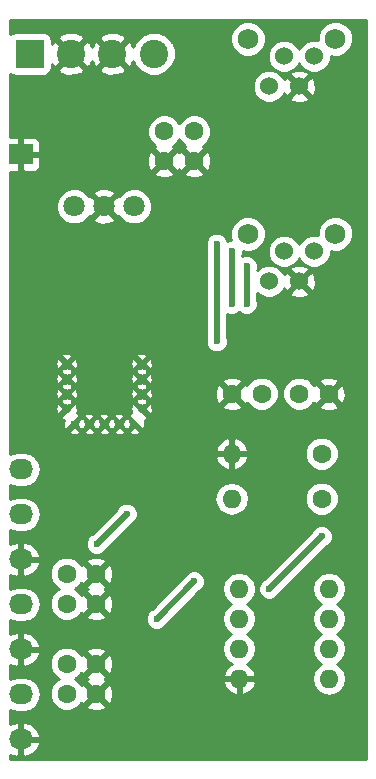
<source format=gbr>
G04 #@! TF.FileFunction,Copper,L2,Bot,Signal*
%FSLAX46Y46*%
G04 Gerber Fmt 4.6, Leading zero omitted, Abs format (unit mm)*
G04 Created by KiCad (PCBNEW 4.0.6) date Friday, June 02, 2017 'PMt' 04:09:18 PM*
%MOMM*%
%LPD*%
G01*
G04 APERTURE LIST*
%ADD10C,0.100000*%
%ADD11C,1.600000*%
%ADD12O,2.032000X1.727200*%
%ADD13R,2.032000X1.727200*%
%ADD14O,1.600000X1.600000*%
%ADD15C,0.600000*%
%ADD16C,1.800000*%
%ADD17C,2.400000*%
%ADD18R,2.400000X2.400000*%
%ADD19C,1.750000*%
%ADD20C,1.524000*%
%ADD21C,0.510000*%
%ADD22C,0.254000*%
G04 APERTURE END LIST*
D10*
D11*
X209550000Y-121285000D03*
X212050000Y-121285000D03*
X206375000Y-121285000D03*
X203875000Y-121285000D03*
X200660000Y-99060000D03*
X200660000Y-101560000D03*
X198120000Y-99060000D03*
X198120000Y-101560000D03*
X189865000Y-136525000D03*
X192365000Y-136525000D03*
X189865000Y-139065000D03*
X192365000Y-139065000D03*
X189865000Y-144145000D03*
X192365000Y-144145000D03*
X189865000Y-146685000D03*
X192365000Y-146685000D03*
D12*
X186000000Y-150530000D03*
X186000000Y-127670000D03*
X186000000Y-131480000D03*
X186000000Y-135290000D03*
X186000000Y-139100000D03*
X186000000Y-142910000D03*
X186000000Y-146720000D03*
D13*
X186000000Y-101000000D03*
D11*
X211455000Y-126365000D03*
D14*
X203835000Y-126365000D03*
D11*
X211455000Y-130175000D03*
D14*
X203835000Y-130175000D03*
D15*
X196215000Y-118745000D03*
X196215000Y-120015000D03*
X196215000Y-121285000D03*
X196215000Y-122555000D03*
X195580000Y-123825000D03*
X194310000Y-123825000D03*
X193040000Y-123825000D03*
X191770000Y-123825000D03*
X190500000Y-123825000D03*
X189865000Y-122555000D03*
X189865000Y-121285000D03*
X189865000Y-120015000D03*
X189865000Y-118745000D03*
D16*
X195580000Y-105410000D03*
X193040000Y-105410000D03*
X190500000Y-105410000D03*
D17*
X193750000Y-92500000D03*
X197250000Y-92500000D03*
X190250000Y-92500000D03*
D18*
X186750000Y-92500000D03*
D14*
X204470000Y-137795000D03*
X204470000Y-140335000D03*
X204470000Y-142875000D03*
X204470000Y-145415000D03*
X212090000Y-145415000D03*
X212090000Y-142875000D03*
X212090000Y-140335000D03*
X212090000Y-137795000D03*
D19*
X205210000Y-107740000D03*
D20*
X207010000Y-111760000D03*
X208280000Y-109220000D03*
X209550000Y-111760000D03*
X210820000Y-109220000D03*
D19*
X212620000Y-107740000D03*
X205210000Y-91230000D03*
D20*
X207010000Y-95250000D03*
X208280000Y-92710000D03*
X209550000Y-95250000D03*
X210820000Y-92710000D03*
D19*
X212620000Y-91230000D03*
D15*
X194945000Y-131445000D03*
X192405000Y-133985000D03*
X203835000Y-109220000D03*
X203835000Y-113665000D03*
X197485000Y-140335000D03*
X200660000Y-137160000D03*
X205105000Y-110490000D03*
X205105000Y-113665000D03*
X202565000Y-108585000D03*
X202565000Y-116840000D03*
X211455000Y-133350000D03*
X207010000Y-137795000D03*
D21*
X192405000Y-133985000D02*
X194945000Y-131445000D01*
X203835000Y-113665000D02*
X203835000Y-109220000D01*
X200660000Y-137160000D02*
X197485000Y-140335000D01*
X205105000Y-113665000D02*
X205105000Y-110490000D01*
X202565000Y-116840000D02*
X202565000Y-108585000D01*
X211455000Y-133350000D02*
X207010000Y-137795000D01*
D22*
G36*
X215190000Y-152198000D02*
X185114000Y-152198000D01*
X185114000Y-151831860D01*
X185638087Y-152015184D01*
X185873000Y-151870924D01*
X185873000Y-150657000D01*
X186127000Y-150657000D01*
X186127000Y-151870924D01*
X186361913Y-152015184D01*
X186914320Y-151821954D01*
X187350732Y-151432036D01*
X187604709Y-150904791D01*
X187607358Y-150889026D01*
X187486217Y-150657000D01*
X186127000Y-150657000D01*
X185873000Y-150657000D01*
X185853000Y-150657000D01*
X185853000Y-150403000D01*
X185873000Y-150403000D01*
X185873000Y-149189076D01*
X186127000Y-149189076D01*
X186127000Y-150403000D01*
X187486217Y-150403000D01*
X187607358Y-150170974D01*
X187604709Y-150155209D01*
X187350732Y-149627964D01*
X186914320Y-149238046D01*
X186361913Y-149044816D01*
X186127000Y-149189076D01*
X185873000Y-149189076D01*
X185638087Y-149044816D01*
X185114000Y-149228140D01*
X185114000Y-148019155D01*
X185241766Y-148104526D01*
X185815255Y-148218600D01*
X186184745Y-148218600D01*
X186758234Y-148104526D01*
X187244415Y-147779670D01*
X187569271Y-147293489D01*
X187683345Y-146720000D01*
X187569271Y-146146511D01*
X187244415Y-145660330D01*
X186758234Y-145335474D01*
X186184745Y-145221400D01*
X185815255Y-145221400D01*
X185241766Y-145335474D01*
X185114000Y-145420845D01*
X185114000Y-144429187D01*
X188429752Y-144429187D01*
X188647757Y-144956800D01*
X189051077Y-145360824D01*
X189181215Y-145414862D01*
X189053200Y-145467757D01*
X188649176Y-145871077D01*
X188430250Y-146398309D01*
X188429752Y-146969187D01*
X188647757Y-147496800D01*
X189051077Y-147900824D01*
X189578309Y-148119750D01*
X190149187Y-148120248D01*
X190676800Y-147902243D01*
X190886663Y-147692745D01*
X191536861Y-147692745D01*
X191610995Y-147938864D01*
X192148223Y-148131965D01*
X192718454Y-148104778D01*
X193119005Y-147938864D01*
X193193139Y-147692745D01*
X192365000Y-146864605D01*
X191536861Y-147692745D01*
X190886663Y-147692745D01*
X191080824Y-147498923D01*
X191108423Y-147432456D01*
X191111136Y-147439005D01*
X191357255Y-147513139D01*
X192185395Y-146685000D01*
X192544605Y-146685000D01*
X193372745Y-147513139D01*
X193618864Y-147439005D01*
X193811965Y-146901777D01*
X193784778Y-146331546D01*
X193618864Y-145930995D01*
X193372745Y-145856861D01*
X192544605Y-146685000D01*
X192185395Y-146685000D01*
X191357255Y-145856861D01*
X191111136Y-145930995D01*
X191108804Y-145937483D01*
X191082243Y-145873200D01*
X190678923Y-145469176D01*
X190548785Y-145415138D01*
X190676800Y-145362243D01*
X190886663Y-145152745D01*
X191536861Y-145152745D01*
X191610995Y-145398864D01*
X191652709Y-145413858D01*
X191610995Y-145431136D01*
X191536861Y-145677255D01*
X192365000Y-146505395D01*
X193106355Y-145764039D01*
X203078096Y-145764039D01*
X203238959Y-146152423D01*
X203614866Y-146567389D01*
X204120959Y-146806914D01*
X204343000Y-146685629D01*
X204343000Y-145542000D01*
X204597000Y-145542000D01*
X204597000Y-146685629D01*
X204819041Y-146806914D01*
X205325134Y-146567389D01*
X205701041Y-146152423D01*
X205861904Y-145764039D01*
X205739915Y-145542000D01*
X204597000Y-145542000D01*
X204343000Y-145542000D01*
X203200085Y-145542000D01*
X203078096Y-145764039D01*
X193106355Y-145764039D01*
X193193139Y-145677255D01*
X193119005Y-145431136D01*
X193077291Y-145416142D01*
X193119005Y-145398864D01*
X193193139Y-145152745D01*
X192365000Y-144324605D01*
X191536861Y-145152745D01*
X190886663Y-145152745D01*
X191080824Y-144958923D01*
X191108423Y-144892456D01*
X191111136Y-144899005D01*
X191357255Y-144973139D01*
X192185395Y-144145000D01*
X192544605Y-144145000D01*
X193372745Y-144973139D01*
X193618864Y-144899005D01*
X193811965Y-144361777D01*
X193784778Y-143791546D01*
X193618864Y-143390995D01*
X193372745Y-143316861D01*
X192544605Y-144145000D01*
X192185395Y-144145000D01*
X191357255Y-143316861D01*
X191111136Y-143390995D01*
X191108804Y-143397483D01*
X191082243Y-143333200D01*
X190886640Y-143137255D01*
X191536861Y-143137255D01*
X192365000Y-143965395D01*
X193193139Y-143137255D01*
X193119005Y-142891136D01*
X192581777Y-142698035D01*
X192011546Y-142725222D01*
X191610995Y-142891136D01*
X191536861Y-143137255D01*
X190886640Y-143137255D01*
X190678923Y-142929176D01*
X190151691Y-142710250D01*
X189580813Y-142709752D01*
X189053200Y-142927757D01*
X188649176Y-143331077D01*
X188430250Y-143858309D01*
X188429752Y-144429187D01*
X185114000Y-144429187D01*
X185114000Y-144211860D01*
X185638087Y-144395184D01*
X185873000Y-144250924D01*
X185873000Y-143037000D01*
X186127000Y-143037000D01*
X186127000Y-144250924D01*
X186361913Y-144395184D01*
X186914320Y-144201954D01*
X187350732Y-143812036D01*
X187604709Y-143284791D01*
X187607358Y-143269026D01*
X187486217Y-143037000D01*
X186127000Y-143037000D01*
X185873000Y-143037000D01*
X185853000Y-143037000D01*
X185853000Y-142783000D01*
X185873000Y-142783000D01*
X185873000Y-141569076D01*
X186127000Y-141569076D01*
X186127000Y-142783000D01*
X187486217Y-142783000D01*
X187607358Y-142550974D01*
X187604709Y-142535209D01*
X187350732Y-142007964D01*
X186914320Y-141618046D01*
X186361913Y-141424816D01*
X186127000Y-141569076D01*
X185873000Y-141569076D01*
X185638087Y-141424816D01*
X185114000Y-141608140D01*
X185114000Y-140399155D01*
X185241766Y-140484526D01*
X185815255Y-140598600D01*
X186184745Y-140598600D01*
X186579054Y-140520167D01*
X196549838Y-140520167D01*
X196691883Y-140863943D01*
X196954673Y-141127192D01*
X197298201Y-141269838D01*
X197670167Y-141270162D01*
X198013943Y-141128117D01*
X198277192Y-140865327D01*
X198322545Y-140756105D01*
X201080884Y-137997766D01*
X201188943Y-137953117D01*
X201347336Y-137795000D01*
X203006887Y-137795000D01*
X203116120Y-138344151D01*
X203427189Y-138809698D01*
X203809275Y-139065000D01*
X203427189Y-139320302D01*
X203116120Y-139785849D01*
X203006887Y-140335000D01*
X203116120Y-140884151D01*
X203427189Y-141349698D01*
X203809275Y-141605000D01*
X203427189Y-141860302D01*
X203116120Y-142325849D01*
X203006887Y-142875000D01*
X203116120Y-143424151D01*
X203427189Y-143889698D01*
X203831703Y-144159986D01*
X203614866Y-144262611D01*
X203238959Y-144677577D01*
X203078096Y-145065961D01*
X203200085Y-145288000D01*
X204343000Y-145288000D01*
X204343000Y-145268000D01*
X204597000Y-145268000D01*
X204597000Y-145288000D01*
X205739915Y-145288000D01*
X205861904Y-145065961D01*
X205701041Y-144677577D01*
X205325134Y-144262611D01*
X205108297Y-144159986D01*
X205512811Y-143889698D01*
X205823880Y-143424151D01*
X205933113Y-142875000D01*
X205823880Y-142325849D01*
X205512811Y-141860302D01*
X205130725Y-141605000D01*
X205512811Y-141349698D01*
X205823880Y-140884151D01*
X205933113Y-140335000D01*
X205823880Y-139785849D01*
X205512811Y-139320302D01*
X205130725Y-139065000D01*
X205512811Y-138809698D01*
X205823880Y-138344151D01*
X205896280Y-137980167D01*
X206074838Y-137980167D01*
X206216883Y-138323943D01*
X206479673Y-138587192D01*
X206823201Y-138729838D01*
X207195167Y-138730162D01*
X207538943Y-138588117D01*
X207802192Y-138325327D01*
X207847545Y-138216105D01*
X208268650Y-137795000D01*
X210626887Y-137795000D01*
X210736120Y-138344151D01*
X211047189Y-138809698D01*
X211429275Y-139065000D01*
X211047189Y-139320302D01*
X210736120Y-139785849D01*
X210626887Y-140335000D01*
X210736120Y-140884151D01*
X211047189Y-141349698D01*
X211429275Y-141605000D01*
X211047189Y-141860302D01*
X210736120Y-142325849D01*
X210626887Y-142875000D01*
X210736120Y-143424151D01*
X211047189Y-143889698D01*
X211429275Y-144145000D01*
X211047189Y-144400302D01*
X210736120Y-144865849D01*
X210626887Y-145415000D01*
X210736120Y-145964151D01*
X211047189Y-146429698D01*
X211512736Y-146740767D01*
X212061887Y-146850000D01*
X212118113Y-146850000D01*
X212667264Y-146740767D01*
X213132811Y-146429698D01*
X213443880Y-145964151D01*
X213553113Y-145415000D01*
X213443880Y-144865849D01*
X213132811Y-144400302D01*
X212750725Y-144145000D01*
X213132811Y-143889698D01*
X213443880Y-143424151D01*
X213553113Y-142875000D01*
X213443880Y-142325849D01*
X213132811Y-141860302D01*
X212750725Y-141605000D01*
X213132811Y-141349698D01*
X213443880Y-140884151D01*
X213553113Y-140335000D01*
X213443880Y-139785849D01*
X213132811Y-139320302D01*
X212750725Y-139065000D01*
X213132811Y-138809698D01*
X213443880Y-138344151D01*
X213553113Y-137795000D01*
X213443880Y-137245849D01*
X213132811Y-136780302D01*
X212667264Y-136469233D01*
X212118113Y-136360000D01*
X212061887Y-136360000D01*
X211512736Y-136469233D01*
X211047189Y-136780302D01*
X210736120Y-137245849D01*
X210626887Y-137795000D01*
X208268650Y-137795000D01*
X211875884Y-134187766D01*
X211983943Y-134143117D01*
X212247192Y-133880327D01*
X212389838Y-133536799D01*
X212390162Y-133164833D01*
X212248117Y-132821057D01*
X211985327Y-132557808D01*
X211641799Y-132415162D01*
X211269833Y-132414838D01*
X210926057Y-132556883D01*
X210662808Y-132819673D01*
X210617455Y-132928895D01*
X206589116Y-136957234D01*
X206481057Y-137001883D01*
X206217808Y-137264673D01*
X206075162Y-137608201D01*
X206074838Y-137980167D01*
X205896280Y-137980167D01*
X205933113Y-137795000D01*
X205823880Y-137245849D01*
X205512811Y-136780302D01*
X205047264Y-136469233D01*
X204498113Y-136360000D01*
X204441887Y-136360000D01*
X203892736Y-136469233D01*
X203427189Y-136780302D01*
X203116120Y-137245849D01*
X203006887Y-137795000D01*
X201347336Y-137795000D01*
X201452192Y-137690327D01*
X201594838Y-137346799D01*
X201595162Y-136974833D01*
X201453117Y-136631057D01*
X201190327Y-136367808D01*
X200846799Y-136225162D01*
X200474833Y-136224838D01*
X200131057Y-136366883D01*
X199867808Y-136629673D01*
X199822455Y-136738895D01*
X197064116Y-139497234D01*
X196956057Y-139541883D01*
X196692808Y-139804673D01*
X196550162Y-140148201D01*
X196549838Y-140520167D01*
X186579054Y-140520167D01*
X186758234Y-140484526D01*
X187244415Y-140159670D01*
X187569271Y-139673489D01*
X187683345Y-139100000D01*
X187569271Y-138526511D01*
X187244415Y-138040330D01*
X186758234Y-137715474D01*
X186184745Y-137601400D01*
X185815255Y-137601400D01*
X185241766Y-137715474D01*
X185114000Y-137800845D01*
X185114000Y-136809187D01*
X188429752Y-136809187D01*
X188647757Y-137336800D01*
X189051077Y-137740824D01*
X189181215Y-137794862D01*
X189053200Y-137847757D01*
X188649176Y-138251077D01*
X188430250Y-138778309D01*
X188429752Y-139349187D01*
X188647757Y-139876800D01*
X189051077Y-140280824D01*
X189578309Y-140499750D01*
X190149187Y-140500248D01*
X190676800Y-140282243D01*
X190886663Y-140072745D01*
X191536861Y-140072745D01*
X191610995Y-140318864D01*
X192148223Y-140511965D01*
X192718454Y-140484778D01*
X193119005Y-140318864D01*
X193193139Y-140072745D01*
X192365000Y-139244605D01*
X191536861Y-140072745D01*
X190886663Y-140072745D01*
X191080824Y-139878923D01*
X191108423Y-139812456D01*
X191111136Y-139819005D01*
X191357255Y-139893139D01*
X192185395Y-139065000D01*
X192544605Y-139065000D01*
X193372745Y-139893139D01*
X193618864Y-139819005D01*
X193811965Y-139281777D01*
X193784778Y-138711546D01*
X193618864Y-138310995D01*
X193372745Y-138236861D01*
X192544605Y-139065000D01*
X192185395Y-139065000D01*
X191357255Y-138236861D01*
X191111136Y-138310995D01*
X191108804Y-138317483D01*
X191082243Y-138253200D01*
X190678923Y-137849176D01*
X190548785Y-137795138D01*
X190676800Y-137742243D01*
X190886663Y-137532745D01*
X191536861Y-137532745D01*
X191610995Y-137778864D01*
X191652709Y-137793858D01*
X191610995Y-137811136D01*
X191536861Y-138057255D01*
X192365000Y-138885395D01*
X193193139Y-138057255D01*
X193119005Y-137811136D01*
X193077291Y-137796142D01*
X193119005Y-137778864D01*
X193193139Y-137532745D01*
X192365000Y-136704605D01*
X191536861Y-137532745D01*
X190886663Y-137532745D01*
X191080824Y-137338923D01*
X191108423Y-137272456D01*
X191111136Y-137279005D01*
X191357255Y-137353139D01*
X192185395Y-136525000D01*
X192544605Y-136525000D01*
X193372745Y-137353139D01*
X193618864Y-137279005D01*
X193811965Y-136741777D01*
X193784778Y-136171546D01*
X193618864Y-135770995D01*
X193372745Y-135696861D01*
X192544605Y-136525000D01*
X192185395Y-136525000D01*
X191357255Y-135696861D01*
X191111136Y-135770995D01*
X191108804Y-135777483D01*
X191082243Y-135713200D01*
X190886640Y-135517255D01*
X191536861Y-135517255D01*
X192365000Y-136345395D01*
X193193139Y-135517255D01*
X193119005Y-135271136D01*
X192581777Y-135078035D01*
X192011546Y-135105222D01*
X191610995Y-135271136D01*
X191536861Y-135517255D01*
X190886640Y-135517255D01*
X190678923Y-135309176D01*
X190151691Y-135090250D01*
X189580813Y-135089752D01*
X189053200Y-135307757D01*
X188649176Y-135711077D01*
X188430250Y-136238309D01*
X188429752Y-136809187D01*
X185114000Y-136809187D01*
X185114000Y-136591860D01*
X185638087Y-136775184D01*
X185873000Y-136630924D01*
X185873000Y-135417000D01*
X186127000Y-135417000D01*
X186127000Y-136630924D01*
X186361913Y-136775184D01*
X186914320Y-136581954D01*
X187350732Y-136192036D01*
X187604709Y-135664791D01*
X187607358Y-135649026D01*
X187486217Y-135417000D01*
X186127000Y-135417000D01*
X185873000Y-135417000D01*
X185853000Y-135417000D01*
X185853000Y-135163000D01*
X185873000Y-135163000D01*
X185873000Y-133949076D01*
X186127000Y-133949076D01*
X186127000Y-135163000D01*
X187486217Y-135163000D01*
X187607358Y-134930974D01*
X187604709Y-134915209D01*
X187350732Y-134387964D01*
X187106965Y-134170167D01*
X191469838Y-134170167D01*
X191611883Y-134513943D01*
X191874673Y-134777192D01*
X192218201Y-134919838D01*
X192590167Y-134920162D01*
X192933943Y-134778117D01*
X193197192Y-134515327D01*
X193242545Y-134406105D01*
X195365884Y-132282766D01*
X195473943Y-132238117D01*
X195737192Y-131975327D01*
X195879838Y-131631799D01*
X195880162Y-131259833D01*
X195738117Y-130916057D01*
X195475327Y-130652808D01*
X195131799Y-130510162D01*
X194759833Y-130509838D01*
X194416057Y-130651883D01*
X194152808Y-130914673D01*
X194107455Y-131023895D01*
X191984116Y-133147234D01*
X191876057Y-133191883D01*
X191612808Y-133454673D01*
X191470162Y-133798201D01*
X191469838Y-134170167D01*
X187106965Y-134170167D01*
X186914320Y-133998046D01*
X186361913Y-133804816D01*
X186127000Y-133949076D01*
X185873000Y-133949076D01*
X185638087Y-133804816D01*
X185114000Y-133988140D01*
X185114000Y-132779155D01*
X185241766Y-132864526D01*
X185815255Y-132978600D01*
X186184745Y-132978600D01*
X186758234Y-132864526D01*
X187244415Y-132539670D01*
X187569271Y-132053489D01*
X187683345Y-131480000D01*
X187569271Y-130906511D01*
X187244415Y-130420330D01*
X186877253Y-130175000D01*
X202371887Y-130175000D01*
X202481120Y-130724151D01*
X202792189Y-131189698D01*
X203257736Y-131500767D01*
X203806887Y-131610000D01*
X203863113Y-131610000D01*
X204412264Y-131500767D01*
X204877811Y-131189698D01*
X205188880Y-130724151D01*
X205241584Y-130459187D01*
X210019752Y-130459187D01*
X210237757Y-130986800D01*
X210641077Y-131390824D01*
X211168309Y-131609750D01*
X211739187Y-131610248D01*
X212266800Y-131392243D01*
X212670824Y-130988923D01*
X212889750Y-130461691D01*
X212890248Y-129890813D01*
X212672243Y-129363200D01*
X212268923Y-128959176D01*
X211741691Y-128740250D01*
X211170813Y-128739752D01*
X210643200Y-128957757D01*
X210239176Y-129361077D01*
X210020250Y-129888309D01*
X210019752Y-130459187D01*
X205241584Y-130459187D01*
X205298113Y-130175000D01*
X205188880Y-129625849D01*
X204877811Y-129160302D01*
X204412264Y-128849233D01*
X203863113Y-128740000D01*
X203806887Y-128740000D01*
X203257736Y-128849233D01*
X202792189Y-129160302D01*
X202481120Y-129625849D01*
X202371887Y-130175000D01*
X186877253Y-130175000D01*
X186758234Y-130095474D01*
X186184745Y-129981400D01*
X185815255Y-129981400D01*
X185241766Y-130095474D01*
X185114000Y-130180845D01*
X185114000Y-128969155D01*
X185241766Y-129054526D01*
X185815255Y-129168600D01*
X186184745Y-129168600D01*
X186758234Y-129054526D01*
X187244415Y-128729670D01*
X187569271Y-128243489D01*
X187683345Y-127670000D01*
X187569271Y-127096511D01*
X187313712Y-126714039D01*
X202443096Y-126714039D01*
X202603959Y-127102423D01*
X202979866Y-127517389D01*
X203485959Y-127756914D01*
X203708000Y-127635629D01*
X203708000Y-126492000D01*
X203962000Y-126492000D01*
X203962000Y-127635629D01*
X204184041Y-127756914D01*
X204690134Y-127517389D01*
X205066041Y-127102423D01*
X205226904Y-126714039D01*
X205191275Y-126649187D01*
X210019752Y-126649187D01*
X210237757Y-127176800D01*
X210641077Y-127580824D01*
X211168309Y-127799750D01*
X211739187Y-127800248D01*
X212266800Y-127582243D01*
X212670824Y-127178923D01*
X212889750Y-126651691D01*
X212890248Y-126080813D01*
X212672243Y-125553200D01*
X212268923Y-125149176D01*
X211741691Y-124930250D01*
X211170813Y-124929752D01*
X210643200Y-125147757D01*
X210239176Y-125551077D01*
X210020250Y-126078309D01*
X210019752Y-126649187D01*
X205191275Y-126649187D01*
X205104915Y-126492000D01*
X203962000Y-126492000D01*
X203708000Y-126492000D01*
X202565085Y-126492000D01*
X202443096Y-126714039D01*
X187313712Y-126714039D01*
X187244415Y-126610330D01*
X186758234Y-126285474D01*
X186184745Y-126171400D01*
X185815255Y-126171400D01*
X185241766Y-126285474D01*
X185114000Y-126370845D01*
X185114000Y-126015961D01*
X202443096Y-126015961D01*
X202565085Y-126238000D01*
X203708000Y-126238000D01*
X203708000Y-125094371D01*
X203962000Y-125094371D01*
X203962000Y-126238000D01*
X205104915Y-126238000D01*
X205226904Y-126015961D01*
X205066041Y-125627577D01*
X204690134Y-125212611D01*
X204184041Y-124973086D01*
X203962000Y-125094371D01*
X203708000Y-125094371D01*
X203485959Y-124973086D01*
X202979866Y-125212611D01*
X202603959Y-125627577D01*
X202443096Y-126015961D01*
X185114000Y-126015961D01*
X185114000Y-124469424D01*
X190035181Y-124469424D01*
X190047393Y-124664025D01*
X190402927Y-124773363D01*
X190773239Y-124738322D01*
X190952607Y-124664025D01*
X190964819Y-124469424D01*
X191305181Y-124469424D01*
X191317393Y-124664025D01*
X191672927Y-124773363D01*
X192043239Y-124738322D01*
X192222607Y-124664025D01*
X192234819Y-124469424D01*
X192575181Y-124469424D01*
X192587393Y-124664025D01*
X192942927Y-124773363D01*
X193313239Y-124738322D01*
X193492607Y-124664025D01*
X193504819Y-124469424D01*
X193845181Y-124469424D01*
X193857393Y-124664025D01*
X194212927Y-124773363D01*
X194583239Y-124738322D01*
X194762607Y-124664025D01*
X194774819Y-124469424D01*
X195115181Y-124469424D01*
X195127393Y-124664025D01*
X195482927Y-124773363D01*
X195853239Y-124738322D01*
X196032607Y-124664025D01*
X196044819Y-124469424D01*
X195580000Y-124004605D01*
X195115181Y-124469424D01*
X194774819Y-124469424D01*
X194310000Y-124004605D01*
X193845181Y-124469424D01*
X193504819Y-124469424D01*
X193040000Y-124004605D01*
X192575181Y-124469424D01*
X192234819Y-124469424D01*
X191770000Y-124004605D01*
X191305181Y-124469424D01*
X190964819Y-124469424D01*
X190500000Y-124004605D01*
X190035181Y-124469424D01*
X185114000Y-124469424D01*
X185114000Y-123199424D01*
X189400181Y-123199424D01*
X189412393Y-123394025D01*
X189633419Y-123461997D01*
X189551637Y-123727927D01*
X189586678Y-124098239D01*
X189660975Y-124277607D01*
X189855576Y-124289819D01*
X190320395Y-123825000D01*
X190679605Y-123825000D01*
X190846627Y-123992022D01*
X190856678Y-124098239D01*
X190930975Y-124277607D01*
X191125576Y-124289819D01*
X191135000Y-124280395D01*
X191144424Y-124289819D01*
X191339025Y-124277607D01*
X191428396Y-123986999D01*
X191590395Y-123825000D01*
X191949605Y-123825000D01*
X192116627Y-123992022D01*
X192126678Y-124098239D01*
X192200975Y-124277607D01*
X192395576Y-124289819D01*
X192405000Y-124280395D01*
X192414424Y-124289819D01*
X192609025Y-124277607D01*
X192698396Y-123986999D01*
X192860395Y-123825000D01*
X193219605Y-123825000D01*
X193386627Y-123992022D01*
X193396678Y-124098239D01*
X193470975Y-124277607D01*
X193665576Y-124289819D01*
X193675000Y-124280395D01*
X193684424Y-124289819D01*
X193879025Y-124277607D01*
X193968396Y-123986999D01*
X194130395Y-123825000D01*
X194489605Y-123825000D01*
X194656627Y-123992022D01*
X194666678Y-124098239D01*
X194740975Y-124277607D01*
X194935576Y-124289819D01*
X194945000Y-124280395D01*
X194954424Y-124289819D01*
X195149025Y-124277607D01*
X195238396Y-123986999D01*
X195400395Y-123825000D01*
X195233373Y-123657978D01*
X195223322Y-123551761D01*
X195149025Y-123372393D01*
X194954424Y-123360181D01*
X194945000Y-123369605D01*
X194935576Y-123360181D01*
X194740975Y-123372393D01*
X194651604Y-123663001D01*
X194489605Y-123825000D01*
X194130395Y-123825000D01*
X193963373Y-123657978D01*
X193953322Y-123551761D01*
X193879025Y-123372393D01*
X193684424Y-123360181D01*
X193675000Y-123369605D01*
X193665576Y-123360181D01*
X193470975Y-123372393D01*
X193381604Y-123663001D01*
X193219605Y-123825000D01*
X192860395Y-123825000D01*
X192693373Y-123657978D01*
X192683322Y-123551761D01*
X192609025Y-123372393D01*
X192414424Y-123360181D01*
X192405000Y-123369605D01*
X192395576Y-123360181D01*
X192200975Y-123372393D01*
X192111604Y-123663001D01*
X191949605Y-123825000D01*
X191590395Y-123825000D01*
X191423373Y-123657978D01*
X191413322Y-123551761D01*
X191339025Y-123372393D01*
X191144424Y-123360181D01*
X191135000Y-123369605D01*
X191125576Y-123360181D01*
X190930975Y-123372393D01*
X190841604Y-123663001D01*
X190679605Y-123825000D01*
X190320395Y-123825000D01*
X190306253Y-123810858D01*
X190485858Y-123631253D01*
X190500000Y-123645395D01*
X190964819Y-123180576D01*
X191305181Y-123180576D01*
X191770000Y-123645395D01*
X192234819Y-123180576D01*
X192575181Y-123180576D01*
X193040000Y-123645395D01*
X193504819Y-123180576D01*
X193845181Y-123180576D01*
X194310000Y-123645395D01*
X194774819Y-123180576D01*
X195115181Y-123180576D01*
X195580000Y-123645395D01*
X195594143Y-123631253D01*
X195773748Y-123810858D01*
X195759605Y-123825000D01*
X196224424Y-124289819D01*
X196419025Y-124277607D01*
X196528363Y-123922073D01*
X196493322Y-123551761D01*
X196459872Y-123471006D01*
X196488239Y-123468322D01*
X196667607Y-123394025D01*
X196679819Y-123199424D01*
X196215000Y-122734605D01*
X196200858Y-122748748D01*
X196021253Y-122569143D01*
X196035395Y-122555000D01*
X196394605Y-122555000D01*
X196859424Y-123019819D01*
X197054025Y-123007607D01*
X197163363Y-122652073D01*
X197129362Y-122292745D01*
X203046861Y-122292745D01*
X203120995Y-122538864D01*
X203658223Y-122731965D01*
X204228454Y-122704778D01*
X204629005Y-122538864D01*
X204703139Y-122292745D01*
X203875000Y-121464605D01*
X203046861Y-122292745D01*
X197129362Y-122292745D01*
X197128322Y-122281761D01*
X197054025Y-122102393D01*
X196859424Y-122090181D01*
X196394605Y-122555000D01*
X196035395Y-122555000D01*
X195570576Y-122090181D01*
X195375975Y-122102393D01*
X195266637Y-122457927D01*
X195301678Y-122828239D01*
X195335128Y-122908994D01*
X195306761Y-122911678D01*
X195127393Y-122985975D01*
X195115181Y-123180576D01*
X194774819Y-123180576D01*
X194762607Y-122985975D01*
X194407073Y-122876637D01*
X194036761Y-122911678D01*
X193857393Y-122985975D01*
X193845181Y-123180576D01*
X193504819Y-123180576D01*
X193492607Y-122985975D01*
X193137073Y-122876637D01*
X192766761Y-122911678D01*
X192587393Y-122985975D01*
X192575181Y-123180576D01*
X192234819Y-123180576D01*
X192222607Y-122985975D01*
X191867073Y-122876637D01*
X191496761Y-122911678D01*
X191317393Y-122985975D01*
X191305181Y-123180576D01*
X190964819Y-123180576D01*
X190952607Y-122985975D01*
X190731581Y-122918003D01*
X190813363Y-122652073D01*
X190778322Y-122281761D01*
X190704025Y-122102393D01*
X190509424Y-122090181D01*
X190044605Y-122555000D01*
X190058748Y-122569143D01*
X189879143Y-122748748D01*
X189865000Y-122734605D01*
X189400181Y-123199424D01*
X185114000Y-123199424D01*
X185114000Y-122457927D01*
X188916637Y-122457927D01*
X188951678Y-122828239D01*
X189025975Y-123007607D01*
X189220576Y-123019819D01*
X189685395Y-122555000D01*
X189220576Y-122090181D01*
X189025975Y-122102393D01*
X188916637Y-122457927D01*
X185114000Y-122457927D01*
X185114000Y-121910576D01*
X189400181Y-121910576D01*
X189409605Y-121920000D01*
X189400181Y-121929424D01*
X189412393Y-122124025D01*
X189703001Y-122213396D01*
X189865000Y-122375395D01*
X190032022Y-122208373D01*
X190138239Y-122198322D01*
X190317607Y-122124025D01*
X190329819Y-121929424D01*
X190320395Y-121920000D01*
X190329819Y-121910576D01*
X195750181Y-121910576D01*
X195759605Y-121920000D01*
X195750181Y-121929424D01*
X195762393Y-122124025D01*
X196053001Y-122213396D01*
X196215000Y-122375395D01*
X196382022Y-122208373D01*
X196488239Y-122198322D01*
X196667607Y-122124025D01*
X196679819Y-121929424D01*
X196670395Y-121920000D01*
X196679819Y-121910576D01*
X196667607Y-121715975D01*
X196376999Y-121626604D01*
X196215000Y-121464605D01*
X196047978Y-121631627D01*
X195941761Y-121641678D01*
X195762393Y-121715975D01*
X195750181Y-121910576D01*
X190329819Y-121910576D01*
X190317607Y-121715975D01*
X190026999Y-121626604D01*
X189865000Y-121464605D01*
X189697978Y-121631627D01*
X189591761Y-121641678D01*
X189412393Y-121715975D01*
X189400181Y-121910576D01*
X185114000Y-121910576D01*
X185114000Y-121187927D01*
X188916637Y-121187927D01*
X188951678Y-121558239D01*
X189025975Y-121737607D01*
X189220576Y-121749819D01*
X189685395Y-121285000D01*
X190044605Y-121285000D01*
X190509424Y-121749819D01*
X190704025Y-121737607D01*
X190813363Y-121382073D01*
X190794992Y-121187927D01*
X195266637Y-121187927D01*
X195301678Y-121558239D01*
X195375975Y-121737607D01*
X195570576Y-121749819D01*
X196035395Y-121285000D01*
X196394605Y-121285000D01*
X196859424Y-121749819D01*
X197054025Y-121737607D01*
X197163363Y-121382073D01*
X197133665Y-121068223D01*
X202428035Y-121068223D01*
X202455222Y-121638454D01*
X202621136Y-122039005D01*
X202867255Y-122113139D01*
X203695395Y-121285000D01*
X204054605Y-121285000D01*
X204882745Y-122113139D01*
X205128864Y-122039005D01*
X205131196Y-122032517D01*
X205157757Y-122096800D01*
X205561077Y-122500824D01*
X206088309Y-122719750D01*
X206659187Y-122720248D01*
X207186800Y-122502243D01*
X207590824Y-122098923D01*
X207809750Y-121571691D01*
X207809752Y-121569187D01*
X208114752Y-121569187D01*
X208332757Y-122096800D01*
X208736077Y-122500824D01*
X209263309Y-122719750D01*
X209834187Y-122720248D01*
X210361800Y-122502243D01*
X210571663Y-122292745D01*
X211221861Y-122292745D01*
X211295995Y-122538864D01*
X211833223Y-122731965D01*
X212403454Y-122704778D01*
X212804005Y-122538864D01*
X212878139Y-122292745D01*
X212050000Y-121464605D01*
X211221861Y-122292745D01*
X210571663Y-122292745D01*
X210765824Y-122098923D01*
X210793423Y-122032456D01*
X210796136Y-122039005D01*
X211042255Y-122113139D01*
X211870395Y-121285000D01*
X212229605Y-121285000D01*
X213057745Y-122113139D01*
X213303864Y-122039005D01*
X213496965Y-121501777D01*
X213469778Y-120931546D01*
X213303864Y-120530995D01*
X213057745Y-120456861D01*
X212229605Y-121285000D01*
X211870395Y-121285000D01*
X211042255Y-120456861D01*
X210796136Y-120530995D01*
X210793804Y-120537483D01*
X210767243Y-120473200D01*
X210571640Y-120277255D01*
X211221861Y-120277255D01*
X212050000Y-121105395D01*
X212878139Y-120277255D01*
X212804005Y-120031136D01*
X212266777Y-119838035D01*
X211696546Y-119865222D01*
X211295995Y-120031136D01*
X211221861Y-120277255D01*
X210571640Y-120277255D01*
X210363923Y-120069176D01*
X209836691Y-119850250D01*
X209265813Y-119849752D01*
X208738200Y-120067757D01*
X208334176Y-120471077D01*
X208115250Y-120998309D01*
X208114752Y-121569187D01*
X207809752Y-121569187D01*
X207810248Y-121000813D01*
X207592243Y-120473200D01*
X207188923Y-120069176D01*
X206661691Y-119850250D01*
X206090813Y-119849752D01*
X205563200Y-120067757D01*
X205159176Y-120471077D01*
X205131577Y-120537544D01*
X205128864Y-120530995D01*
X204882745Y-120456861D01*
X204054605Y-121285000D01*
X203695395Y-121285000D01*
X202867255Y-120456861D01*
X202621136Y-120530995D01*
X202428035Y-121068223D01*
X197133665Y-121068223D01*
X197128322Y-121011761D01*
X197054025Y-120832393D01*
X196859424Y-120820181D01*
X196394605Y-121285000D01*
X196035395Y-121285000D01*
X195570576Y-120820181D01*
X195375975Y-120832393D01*
X195266637Y-121187927D01*
X190794992Y-121187927D01*
X190778322Y-121011761D01*
X190704025Y-120832393D01*
X190509424Y-120820181D01*
X190044605Y-121285000D01*
X189685395Y-121285000D01*
X189220576Y-120820181D01*
X189025975Y-120832393D01*
X188916637Y-121187927D01*
X185114000Y-121187927D01*
X185114000Y-120640576D01*
X189400181Y-120640576D01*
X189409605Y-120650000D01*
X189400181Y-120659424D01*
X189412393Y-120854025D01*
X189703001Y-120943396D01*
X189865000Y-121105395D01*
X190032022Y-120938373D01*
X190138239Y-120928322D01*
X190317607Y-120854025D01*
X190329819Y-120659424D01*
X190320395Y-120650000D01*
X190329819Y-120640576D01*
X195750181Y-120640576D01*
X195759605Y-120650000D01*
X195750181Y-120659424D01*
X195762393Y-120854025D01*
X196053001Y-120943396D01*
X196215000Y-121105395D01*
X196382022Y-120938373D01*
X196488239Y-120928322D01*
X196667607Y-120854025D01*
X196679819Y-120659424D01*
X196670395Y-120650000D01*
X196679819Y-120640576D01*
X196667607Y-120445975D01*
X196376999Y-120356604D01*
X196215000Y-120194605D01*
X196047978Y-120361627D01*
X195941761Y-120371678D01*
X195762393Y-120445975D01*
X195750181Y-120640576D01*
X190329819Y-120640576D01*
X190317607Y-120445975D01*
X190026999Y-120356604D01*
X189865000Y-120194605D01*
X189697978Y-120361627D01*
X189591761Y-120371678D01*
X189412393Y-120445975D01*
X189400181Y-120640576D01*
X185114000Y-120640576D01*
X185114000Y-119917927D01*
X188916637Y-119917927D01*
X188951678Y-120288239D01*
X189025975Y-120467607D01*
X189220576Y-120479819D01*
X189685395Y-120015000D01*
X190044605Y-120015000D01*
X190509424Y-120479819D01*
X190704025Y-120467607D01*
X190813363Y-120112073D01*
X190794992Y-119917927D01*
X195266637Y-119917927D01*
X195301678Y-120288239D01*
X195375975Y-120467607D01*
X195570576Y-120479819D01*
X196035395Y-120015000D01*
X196394605Y-120015000D01*
X196859424Y-120479819D01*
X197054025Y-120467607D01*
X197112564Y-120277255D01*
X203046861Y-120277255D01*
X203875000Y-121105395D01*
X204703139Y-120277255D01*
X204629005Y-120031136D01*
X204091777Y-119838035D01*
X203521546Y-119865222D01*
X203120995Y-120031136D01*
X203046861Y-120277255D01*
X197112564Y-120277255D01*
X197163363Y-120112073D01*
X197128322Y-119741761D01*
X197054025Y-119562393D01*
X196859424Y-119550181D01*
X196394605Y-120015000D01*
X196035395Y-120015000D01*
X195570576Y-119550181D01*
X195375975Y-119562393D01*
X195266637Y-119917927D01*
X190794992Y-119917927D01*
X190778322Y-119741761D01*
X190704025Y-119562393D01*
X190509424Y-119550181D01*
X190044605Y-120015000D01*
X189685395Y-120015000D01*
X189220576Y-119550181D01*
X189025975Y-119562393D01*
X188916637Y-119917927D01*
X185114000Y-119917927D01*
X185114000Y-119370576D01*
X189400181Y-119370576D01*
X189409605Y-119380000D01*
X189400181Y-119389424D01*
X189412393Y-119584025D01*
X189703001Y-119673396D01*
X189865000Y-119835395D01*
X190032022Y-119668373D01*
X190138239Y-119658322D01*
X190317607Y-119584025D01*
X190329819Y-119389424D01*
X190320395Y-119380000D01*
X190329819Y-119370576D01*
X195750181Y-119370576D01*
X195759605Y-119380000D01*
X195750181Y-119389424D01*
X195762393Y-119584025D01*
X196053001Y-119673396D01*
X196215000Y-119835395D01*
X196382022Y-119668373D01*
X196488239Y-119658322D01*
X196667607Y-119584025D01*
X196679819Y-119389424D01*
X196670395Y-119380000D01*
X196679819Y-119370576D01*
X196667607Y-119175975D01*
X196376999Y-119086604D01*
X196215000Y-118924605D01*
X196047978Y-119091627D01*
X195941761Y-119101678D01*
X195762393Y-119175975D01*
X195750181Y-119370576D01*
X190329819Y-119370576D01*
X190317607Y-119175975D01*
X190026999Y-119086604D01*
X189865000Y-118924605D01*
X189697978Y-119091627D01*
X189591761Y-119101678D01*
X189412393Y-119175975D01*
X189400181Y-119370576D01*
X185114000Y-119370576D01*
X185114000Y-118647927D01*
X188916637Y-118647927D01*
X188951678Y-119018239D01*
X189025975Y-119197607D01*
X189220576Y-119209819D01*
X189685395Y-118745000D01*
X190044605Y-118745000D01*
X190509424Y-119209819D01*
X190704025Y-119197607D01*
X190813363Y-118842073D01*
X190794992Y-118647927D01*
X195266637Y-118647927D01*
X195301678Y-119018239D01*
X195375975Y-119197607D01*
X195570576Y-119209819D01*
X196035395Y-118745000D01*
X196394605Y-118745000D01*
X196859424Y-119209819D01*
X197054025Y-119197607D01*
X197163363Y-118842073D01*
X197128322Y-118471761D01*
X197054025Y-118292393D01*
X196859424Y-118280181D01*
X196394605Y-118745000D01*
X196035395Y-118745000D01*
X195570576Y-118280181D01*
X195375975Y-118292393D01*
X195266637Y-118647927D01*
X190794992Y-118647927D01*
X190778322Y-118471761D01*
X190704025Y-118292393D01*
X190509424Y-118280181D01*
X190044605Y-118745000D01*
X189685395Y-118745000D01*
X189220576Y-118280181D01*
X189025975Y-118292393D01*
X188916637Y-118647927D01*
X185114000Y-118647927D01*
X185114000Y-118100576D01*
X189400181Y-118100576D01*
X189865000Y-118565395D01*
X190329819Y-118100576D01*
X195750181Y-118100576D01*
X196215000Y-118565395D01*
X196679819Y-118100576D01*
X196667607Y-117905975D01*
X196312073Y-117796637D01*
X195941761Y-117831678D01*
X195762393Y-117905975D01*
X195750181Y-118100576D01*
X190329819Y-118100576D01*
X190317607Y-117905975D01*
X189962073Y-117796637D01*
X189591761Y-117831678D01*
X189412393Y-117905975D01*
X189400181Y-118100576D01*
X185114000Y-118100576D01*
X185114000Y-108770167D01*
X201629838Y-108770167D01*
X201675000Y-108879468D01*
X201675000Y-116545220D01*
X201630162Y-116653201D01*
X201629838Y-117025167D01*
X201771883Y-117368943D01*
X202034673Y-117632192D01*
X202378201Y-117774838D01*
X202750167Y-117775162D01*
X203093943Y-117633117D01*
X203357192Y-117370327D01*
X203499838Y-117026799D01*
X203500162Y-116654833D01*
X203455000Y-116545532D01*
X203455000Y-114519614D01*
X203648201Y-114599838D01*
X204020167Y-114600162D01*
X204363943Y-114458117D01*
X204469954Y-114352290D01*
X204574673Y-114457192D01*
X204918201Y-114599838D01*
X205290167Y-114600162D01*
X205633943Y-114458117D01*
X205897192Y-114195327D01*
X206039838Y-113851799D01*
X206040162Y-113479833D01*
X205995000Y-113370532D01*
X205995000Y-112720610D01*
X206217630Y-112943629D01*
X206730900Y-113156757D01*
X207286661Y-113157242D01*
X207800303Y-112945010D01*
X208005457Y-112740213D01*
X208749392Y-112740213D01*
X208818857Y-112982397D01*
X209342302Y-113169144D01*
X209897368Y-113141362D01*
X210281143Y-112982397D01*
X210350608Y-112740213D01*
X209550000Y-111939605D01*
X208749392Y-112740213D01*
X208005457Y-112740213D01*
X208193629Y-112552370D01*
X208273395Y-112360273D01*
X208327603Y-112491143D01*
X208569787Y-112560608D01*
X209370395Y-111760000D01*
X209729605Y-111760000D01*
X210530213Y-112560608D01*
X210772397Y-112491143D01*
X210959144Y-111967698D01*
X210931362Y-111412632D01*
X210772397Y-111028857D01*
X210530213Y-110959392D01*
X209729605Y-111760000D01*
X209370395Y-111760000D01*
X208569787Y-110959392D01*
X208327603Y-111028857D01*
X208277491Y-111169318D01*
X208195010Y-110969697D01*
X208005432Y-110779787D01*
X208749392Y-110779787D01*
X209550000Y-111580395D01*
X210350608Y-110779787D01*
X210281143Y-110537603D01*
X209757698Y-110350856D01*
X209202632Y-110378638D01*
X208818857Y-110537603D01*
X208749392Y-110779787D01*
X208005432Y-110779787D01*
X207802370Y-110576371D01*
X207289100Y-110363243D01*
X206733339Y-110362758D01*
X206219697Y-110574990D01*
X205995000Y-110799295D01*
X205995000Y-110784780D01*
X206039838Y-110676799D01*
X206040162Y-110304833D01*
X205898117Y-109961057D01*
X205635327Y-109697808D01*
X205291799Y-109555162D01*
X204919833Y-109554838D01*
X204725000Y-109635341D01*
X204725000Y-109514780D01*
X204732523Y-109496661D01*
X206882758Y-109496661D01*
X207094990Y-110010303D01*
X207487630Y-110403629D01*
X208000900Y-110616757D01*
X208556661Y-110617242D01*
X209070303Y-110405010D01*
X209463629Y-110012370D01*
X209549949Y-109804488D01*
X209634990Y-110010303D01*
X210027630Y-110403629D01*
X210540900Y-110616757D01*
X211096661Y-110617242D01*
X211610303Y-110405010D01*
X212003629Y-110012370D01*
X212216757Y-109499100D01*
X212217011Y-109207669D01*
X212318325Y-109249738D01*
X212919040Y-109250262D01*
X213474229Y-109020862D01*
X213899370Y-108596463D01*
X214129738Y-108041675D01*
X214130262Y-107440960D01*
X213900862Y-106885771D01*
X213476463Y-106460630D01*
X212921675Y-106230262D01*
X212320960Y-106229738D01*
X211765771Y-106459138D01*
X211340630Y-106883537D01*
X211110262Y-107438325D01*
X211109922Y-107827737D01*
X211099100Y-107823243D01*
X210543339Y-107822758D01*
X210029697Y-108034990D01*
X209636371Y-108427630D01*
X209550051Y-108635512D01*
X209465010Y-108429697D01*
X209072370Y-108036371D01*
X208559100Y-107823243D01*
X208003339Y-107822758D01*
X207489697Y-108034990D01*
X207096371Y-108427630D01*
X206883243Y-108940900D01*
X206882758Y-109496661D01*
X204732523Y-109496661D01*
X204769838Y-109406799D01*
X204770025Y-109192311D01*
X204908325Y-109249738D01*
X205509040Y-109250262D01*
X206064229Y-109020862D01*
X206489370Y-108596463D01*
X206719738Y-108041675D01*
X206720262Y-107440960D01*
X206490862Y-106885771D01*
X206066463Y-106460630D01*
X205511675Y-106230262D01*
X204910960Y-106229738D01*
X204355771Y-106459138D01*
X203930630Y-106883537D01*
X203700262Y-107438325D01*
X203699738Y-108039040D01*
X203801354Y-108284970D01*
X203649833Y-108284838D01*
X203481403Y-108354432D01*
X203358117Y-108056057D01*
X203095327Y-107792808D01*
X202751799Y-107650162D01*
X202379833Y-107649838D01*
X202036057Y-107791883D01*
X201772808Y-108054673D01*
X201630162Y-108398201D01*
X201629838Y-108770167D01*
X185114000Y-108770167D01*
X185114000Y-105713991D01*
X188964735Y-105713991D01*
X189197932Y-106278371D01*
X189629357Y-106710551D01*
X190193330Y-106944733D01*
X190803991Y-106945265D01*
X191368371Y-106712068D01*
X191590668Y-106490159D01*
X192139446Y-106490159D01*
X192225852Y-106746643D01*
X192799336Y-106956458D01*
X193409460Y-106930839D01*
X193854148Y-106746643D01*
X193940554Y-106490159D01*
X193040000Y-105589605D01*
X192139446Y-106490159D01*
X191590668Y-106490159D01*
X191800551Y-106280643D01*
X191809203Y-106259806D01*
X191959841Y-106310554D01*
X192860395Y-105410000D01*
X193219605Y-105410000D01*
X194120159Y-106310554D01*
X194270327Y-106259965D01*
X194277932Y-106278371D01*
X194709357Y-106710551D01*
X195273330Y-106944733D01*
X195883991Y-106945265D01*
X196448371Y-106712068D01*
X196880551Y-106280643D01*
X197114733Y-105716670D01*
X197115265Y-105106009D01*
X196882068Y-104541629D01*
X196450643Y-104109449D01*
X195886670Y-103875267D01*
X195276009Y-103874735D01*
X194711629Y-104107932D01*
X194279449Y-104539357D01*
X194270797Y-104560194D01*
X194120159Y-104509446D01*
X193219605Y-105410000D01*
X192860395Y-105410000D01*
X191959841Y-104509446D01*
X191809673Y-104560035D01*
X191802068Y-104541629D01*
X191590650Y-104329841D01*
X192139446Y-104329841D01*
X193040000Y-105230395D01*
X193940554Y-104329841D01*
X193854148Y-104073357D01*
X193280664Y-103863542D01*
X192670540Y-103889161D01*
X192225852Y-104073357D01*
X192139446Y-104329841D01*
X191590650Y-104329841D01*
X191370643Y-104109449D01*
X190806670Y-103875267D01*
X190196009Y-103874735D01*
X189631629Y-104107932D01*
X189199449Y-104539357D01*
X188965267Y-105103330D01*
X188964735Y-105713991D01*
X185114000Y-105713991D01*
X185114000Y-102567745D01*
X197291861Y-102567745D01*
X197365995Y-102813864D01*
X197903223Y-103006965D01*
X198473454Y-102979778D01*
X198874005Y-102813864D01*
X198948139Y-102567745D01*
X199831861Y-102567745D01*
X199905995Y-102813864D01*
X200443223Y-103006965D01*
X201013454Y-102979778D01*
X201414005Y-102813864D01*
X201488139Y-102567745D01*
X200660000Y-101739605D01*
X199831861Y-102567745D01*
X198948139Y-102567745D01*
X198120000Y-101739605D01*
X197291861Y-102567745D01*
X185114000Y-102567745D01*
X185114000Y-102498600D01*
X185714250Y-102498600D01*
X185873000Y-102339850D01*
X185873000Y-101127000D01*
X186127000Y-101127000D01*
X186127000Y-102339850D01*
X186285750Y-102498600D01*
X187142309Y-102498600D01*
X187375698Y-102401927D01*
X187554327Y-102223299D01*
X187651000Y-101989910D01*
X187651000Y-101343223D01*
X196673035Y-101343223D01*
X196700222Y-101913454D01*
X196866136Y-102314005D01*
X197112255Y-102388139D01*
X197940395Y-101560000D01*
X198299605Y-101560000D01*
X199127745Y-102388139D01*
X199373864Y-102314005D01*
X199388858Y-102272291D01*
X199406136Y-102314005D01*
X199652255Y-102388139D01*
X200480395Y-101560000D01*
X200839605Y-101560000D01*
X201667745Y-102388139D01*
X201913864Y-102314005D01*
X202106965Y-101776777D01*
X202079778Y-101206546D01*
X201913864Y-100805995D01*
X201667745Y-100731861D01*
X200839605Y-101560000D01*
X200480395Y-101560000D01*
X199652255Y-100731861D01*
X199406136Y-100805995D01*
X199391142Y-100847709D01*
X199373864Y-100805995D01*
X199127745Y-100731861D01*
X198299605Y-101560000D01*
X197940395Y-101560000D01*
X197112255Y-100731861D01*
X196866136Y-100805995D01*
X196673035Y-101343223D01*
X187651000Y-101343223D01*
X187651000Y-101285750D01*
X187492250Y-101127000D01*
X186127000Y-101127000D01*
X185873000Y-101127000D01*
X185853000Y-101127000D01*
X185853000Y-100873000D01*
X185873000Y-100873000D01*
X185873000Y-99660150D01*
X186127000Y-99660150D01*
X186127000Y-100873000D01*
X187492250Y-100873000D01*
X187651000Y-100714250D01*
X187651000Y-100010090D01*
X187554327Y-99776701D01*
X187375698Y-99598073D01*
X187142309Y-99501400D01*
X186285750Y-99501400D01*
X186127000Y-99660150D01*
X185873000Y-99660150D01*
X185714250Y-99501400D01*
X185114000Y-99501400D01*
X185114000Y-99344187D01*
X196684752Y-99344187D01*
X196902757Y-99871800D01*
X197306077Y-100275824D01*
X197372544Y-100303423D01*
X197365995Y-100306136D01*
X197291861Y-100552255D01*
X198120000Y-101380395D01*
X198948139Y-100552255D01*
X198874005Y-100306136D01*
X198867517Y-100303804D01*
X198931800Y-100277243D01*
X199335824Y-99873923D01*
X199389862Y-99743785D01*
X199442757Y-99871800D01*
X199846077Y-100275824D01*
X199912544Y-100303423D01*
X199905995Y-100306136D01*
X199831861Y-100552255D01*
X200660000Y-101380395D01*
X201488139Y-100552255D01*
X201414005Y-100306136D01*
X201407517Y-100303804D01*
X201471800Y-100277243D01*
X201875824Y-99873923D01*
X202094750Y-99346691D01*
X202095248Y-98775813D01*
X201877243Y-98248200D01*
X201473923Y-97844176D01*
X200946691Y-97625250D01*
X200375813Y-97624752D01*
X199848200Y-97842757D01*
X199444176Y-98246077D01*
X199390138Y-98376215D01*
X199337243Y-98248200D01*
X198933923Y-97844176D01*
X198406691Y-97625250D01*
X197835813Y-97624752D01*
X197308200Y-97842757D01*
X196904176Y-98246077D01*
X196685250Y-98773309D01*
X196684752Y-99344187D01*
X185114000Y-99344187D01*
X185114000Y-95526661D01*
X205612758Y-95526661D01*
X205824990Y-96040303D01*
X206217630Y-96433629D01*
X206730900Y-96646757D01*
X207286661Y-96647242D01*
X207800303Y-96435010D01*
X208005457Y-96230213D01*
X208749392Y-96230213D01*
X208818857Y-96472397D01*
X209342302Y-96659144D01*
X209897368Y-96631362D01*
X210281143Y-96472397D01*
X210350608Y-96230213D01*
X209550000Y-95429605D01*
X208749392Y-96230213D01*
X208005457Y-96230213D01*
X208193629Y-96042370D01*
X208273395Y-95850273D01*
X208327603Y-95981143D01*
X208569787Y-96050608D01*
X209370395Y-95250000D01*
X209729605Y-95250000D01*
X210530213Y-96050608D01*
X210772397Y-95981143D01*
X210959144Y-95457698D01*
X210931362Y-94902632D01*
X210772397Y-94518857D01*
X210530213Y-94449392D01*
X209729605Y-95250000D01*
X209370395Y-95250000D01*
X208569787Y-94449392D01*
X208327603Y-94518857D01*
X208277491Y-94659318D01*
X208195010Y-94459697D01*
X208005432Y-94269787D01*
X208749392Y-94269787D01*
X209550000Y-95070395D01*
X210350608Y-94269787D01*
X210281143Y-94027603D01*
X209757698Y-93840856D01*
X209202632Y-93868638D01*
X208818857Y-94027603D01*
X208749392Y-94269787D01*
X208005432Y-94269787D01*
X207802370Y-94066371D01*
X207289100Y-93853243D01*
X206733339Y-93852758D01*
X206219697Y-94064990D01*
X205826371Y-94457630D01*
X205613243Y-94970900D01*
X205612758Y-95526661D01*
X185114000Y-95526661D01*
X185114000Y-94170634D01*
X185298110Y-94296431D01*
X185550000Y-94347440D01*
X187950000Y-94347440D01*
X188185317Y-94303162D01*
X188401441Y-94164090D01*
X188546431Y-93951890D01*
X188577761Y-93797175D01*
X189132430Y-93797175D01*
X189255565Y-94084788D01*
X189937734Y-94344707D01*
X190667443Y-94323786D01*
X191244435Y-94084788D01*
X191367570Y-93797175D01*
X192632430Y-93797175D01*
X192755565Y-94084788D01*
X193437734Y-94344707D01*
X194167443Y-94323786D01*
X194744435Y-94084788D01*
X194867570Y-93797175D01*
X193750000Y-92679605D01*
X192632430Y-93797175D01*
X191367570Y-93797175D01*
X190250000Y-92679605D01*
X189132430Y-93797175D01*
X188577761Y-93797175D01*
X188597440Y-93700000D01*
X188597440Y-93330819D01*
X188665212Y-93494435D01*
X188952825Y-93617570D01*
X190070395Y-92500000D01*
X190429605Y-92500000D01*
X191547175Y-93617570D01*
X191834788Y-93494435D01*
X191993104Y-93078929D01*
X192165212Y-93494435D01*
X192452825Y-93617570D01*
X193570395Y-92500000D01*
X193929605Y-92500000D01*
X195047175Y-93617570D01*
X195334788Y-93494435D01*
X195498204Y-93065542D01*
X195693455Y-93538086D01*
X196209199Y-94054730D01*
X196883395Y-94334681D01*
X197613403Y-94335318D01*
X198288086Y-94056545D01*
X198804730Y-93540801D01*
X199034829Y-92986661D01*
X206882758Y-92986661D01*
X207094990Y-93500303D01*
X207487630Y-93893629D01*
X208000900Y-94106757D01*
X208556661Y-94107242D01*
X209070303Y-93895010D01*
X209463629Y-93502370D01*
X209549949Y-93294488D01*
X209634990Y-93500303D01*
X210027630Y-93893629D01*
X210540900Y-94106757D01*
X211096661Y-94107242D01*
X211610303Y-93895010D01*
X212003629Y-93502370D01*
X212216757Y-92989100D01*
X212217011Y-92697669D01*
X212318325Y-92739738D01*
X212919040Y-92740262D01*
X213474229Y-92510862D01*
X213899370Y-92086463D01*
X214129738Y-91531675D01*
X214130262Y-90930960D01*
X213900862Y-90375771D01*
X213476463Y-89950630D01*
X212921675Y-89720262D01*
X212320960Y-89719738D01*
X211765771Y-89949138D01*
X211340630Y-90373537D01*
X211110262Y-90928325D01*
X211109922Y-91317737D01*
X211099100Y-91313243D01*
X210543339Y-91312758D01*
X210029697Y-91524990D01*
X209636371Y-91917630D01*
X209550051Y-92125512D01*
X209465010Y-91919697D01*
X209072370Y-91526371D01*
X208559100Y-91313243D01*
X208003339Y-91312758D01*
X207489697Y-91524990D01*
X207096371Y-91917630D01*
X206883243Y-92430900D01*
X206882758Y-92986661D01*
X199034829Y-92986661D01*
X199084681Y-92866605D01*
X199085318Y-92136597D01*
X198834281Y-91529040D01*
X203699738Y-91529040D01*
X203929138Y-92084229D01*
X204353537Y-92509370D01*
X204908325Y-92739738D01*
X205509040Y-92740262D01*
X206064229Y-92510862D01*
X206489370Y-92086463D01*
X206719738Y-91531675D01*
X206720262Y-90930960D01*
X206490862Y-90375771D01*
X206066463Y-89950630D01*
X205511675Y-89720262D01*
X204910960Y-89719738D01*
X204355771Y-89949138D01*
X203930630Y-90373537D01*
X203700262Y-90928325D01*
X203699738Y-91529040D01*
X198834281Y-91529040D01*
X198806545Y-91461914D01*
X198290801Y-90945270D01*
X197616605Y-90665319D01*
X196886597Y-90664682D01*
X196211914Y-90943455D01*
X195695270Y-91459199D01*
X195505192Y-91916957D01*
X195334788Y-91505565D01*
X195047175Y-91382430D01*
X193929605Y-92500000D01*
X193570395Y-92500000D01*
X192452825Y-91382430D01*
X192165212Y-91505565D01*
X192006896Y-91921071D01*
X191834788Y-91505565D01*
X191547175Y-91382430D01*
X190429605Y-92500000D01*
X190070395Y-92500000D01*
X188952825Y-91382430D01*
X188665212Y-91505565D01*
X188597440Y-91683436D01*
X188597440Y-91300000D01*
X188579156Y-91202825D01*
X189132430Y-91202825D01*
X190250000Y-92320395D01*
X191367570Y-91202825D01*
X192632430Y-91202825D01*
X193750000Y-92320395D01*
X194867570Y-91202825D01*
X194744435Y-90915212D01*
X194062266Y-90655293D01*
X193332557Y-90676214D01*
X192755565Y-90915212D01*
X192632430Y-91202825D01*
X191367570Y-91202825D01*
X191244435Y-90915212D01*
X190562266Y-90655293D01*
X189832557Y-90676214D01*
X189255565Y-90915212D01*
X189132430Y-91202825D01*
X188579156Y-91202825D01*
X188553162Y-91064683D01*
X188414090Y-90848559D01*
X188201890Y-90703569D01*
X187950000Y-90652560D01*
X185550000Y-90652560D01*
X185314683Y-90696838D01*
X185114000Y-90825974D01*
X185114000Y-89610000D01*
X215190000Y-89610000D01*
X215190000Y-152198000D01*
X215190000Y-152198000D01*
G37*
X215190000Y-152198000D02*
X185114000Y-152198000D01*
X185114000Y-151831860D01*
X185638087Y-152015184D01*
X185873000Y-151870924D01*
X185873000Y-150657000D01*
X186127000Y-150657000D01*
X186127000Y-151870924D01*
X186361913Y-152015184D01*
X186914320Y-151821954D01*
X187350732Y-151432036D01*
X187604709Y-150904791D01*
X187607358Y-150889026D01*
X187486217Y-150657000D01*
X186127000Y-150657000D01*
X185873000Y-150657000D01*
X185853000Y-150657000D01*
X185853000Y-150403000D01*
X185873000Y-150403000D01*
X185873000Y-149189076D01*
X186127000Y-149189076D01*
X186127000Y-150403000D01*
X187486217Y-150403000D01*
X187607358Y-150170974D01*
X187604709Y-150155209D01*
X187350732Y-149627964D01*
X186914320Y-149238046D01*
X186361913Y-149044816D01*
X186127000Y-149189076D01*
X185873000Y-149189076D01*
X185638087Y-149044816D01*
X185114000Y-149228140D01*
X185114000Y-148019155D01*
X185241766Y-148104526D01*
X185815255Y-148218600D01*
X186184745Y-148218600D01*
X186758234Y-148104526D01*
X187244415Y-147779670D01*
X187569271Y-147293489D01*
X187683345Y-146720000D01*
X187569271Y-146146511D01*
X187244415Y-145660330D01*
X186758234Y-145335474D01*
X186184745Y-145221400D01*
X185815255Y-145221400D01*
X185241766Y-145335474D01*
X185114000Y-145420845D01*
X185114000Y-144429187D01*
X188429752Y-144429187D01*
X188647757Y-144956800D01*
X189051077Y-145360824D01*
X189181215Y-145414862D01*
X189053200Y-145467757D01*
X188649176Y-145871077D01*
X188430250Y-146398309D01*
X188429752Y-146969187D01*
X188647757Y-147496800D01*
X189051077Y-147900824D01*
X189578309Y-148119750D01*
X190149187Y-148120248D01*
X190676800Y-147902243D01*
X190886663Y-147692745D01*
X191536861Y-147692745D01*
X191610995Y-147938864D01*
X192148223Y-148131965D01*
X192718454Y-148104778D01*
X193119005Y-147938864D01*
X193193139Y-147692745D01*
X192365000Y-146864605D01*
X191536861Y-147692745D01*
X190886663Y-147692745D01*
X191080824Y-147498923D01*
X191108423Y-147432456D01*
X191111136Y-147439005D01*
X191357255Y-147513139D01*
X192185395Y-146685000D01*
X192544605Y-146685000D01*
X193372745Y-147513139D01*
X193618864Y-147439005D01*
X193811965Y-146901777D01*
X193784778Y-146331546D01*
X193618864Y-145930995D01*
X193372745Y-145856861D01*
X192544605Y-146685000D01*
X192185395Y-146685000D01*
X191357255Y-145856861D01*
X191111136Y-145930995D01*
X191108804Y-145937483D01*
X191082243Y-145873200D01*
X190678923Y-145469176D01*
X190548785Y-145415138D01*
X190676800Y-145362243D01*
X190886663Y-145152745D01*
X191536861Y-145152745D01*
X191610995Y-145398864D01*
X191652709Y-145413858D01*
X191610995Y-145431136D01*
X191536861Y-145677255D01*
X192365000Y-146505395D01*
X193106355Y-145764039D01*
X203078096Y-145764039D01*
X203238959Y-146152423D01*
X203614866Y-146567389D01*
X204120959Y-146806914D01*
X204343000Y-146685629D01*
X204343000Y-145542000D01*
X204597000Y-145542000D01*
X204597000Y-146685629D01*
X204819041Y-146806914D01*
X205325134Y-146567389D01*
X205701041Y-146152423D01*
X205861904Y-145764039D01*
X205739915Y-145542000D01*
X204597000Y-145542000D01*
X204343000Y-145542000D01*
X203200085Y-145542000D01*
X203078096Y-145764039D01*
X193106355Y-145764039D01*
X193193139Y-145677255D01*
X193119005Y-145431136D01*
X193077291Y-145416142D01*
X193119005Y-145398864D01*
X193193139Y-145152745D01*
X192365000Y-144324605D01*
X191536861Y-145152745D01*
X190886663Y-145152745D01*
X191080824Y-144958923D01*
X191108423Y-144892456D01*
X191111136Y-144899005D01*
X191357255Y-144973139D01*
X192185395Y-144145000D01*
X192544605Y-144145000D01*
X193372745Y-144973139D01*
X193618864Y-144899005D01*
X193811965Y-144361777D01*
X193784778Y-143791546D01*
X193618864Y-143390995D01*
X193372745Y-143316861D01*
X192544605Y-144145000D01*
X192185395Y-144145000D01*
X191357255Y-143316861D01*
X191111136Y-143390995D01*
X191108804Y-143397483D01*
X191082243Y-143333200D01*
X190886640Y-143137255D01*
X191536861Y-143137255D01*
X192365000Y-143965395D01*
X193193139Y-143137255D01*
X193119005Y-142891136D01*
X192581777Y-142698035D01*
X192011546Y-142725222D01*
X191610995Y-142891136D01*
X191536861Y-143137255D01*
X190886640Y-143137255D01*
X190678923Y-142929176D01*
X190151691Y-142710250D01*
X189580813Y-142709752D01*
X189053200Y-142927757D01*
X188649176Y-143331077D01*
X188430250Y-143858309D01*
X188429752Y-144429187D01*
X185114000Y-144429187D01*
X185114000Y-144211860D01*
X185638087Y-144395184D01*
X185873000Y-144250924D01*
X185873000Y-143037000D01*
X186127000Y-143037000D01*
X186127000Y-144250924D01*
X186361913Y-144395184D01*
X186914320Y-144201954D01*
X187350732Y-143812036D01*
X187604709Y-143284791D01*
X187607358Y-143269026D01*
X187486217Y-143037000D01*
X186127000Y-143037000D01*
X185873000Y-143037000D01*
X185853000Y-143037000D01*
X185853000Y-142783000D01*
X185873000Y-142783000D01*
X185873000Y-141569076D01*
X186127000Y-141569076D01*
X186127000Y-142783000D01*
X187486217Y-142783000D01*
X187607358Y-142550974D01*
X187604709Y-142535209D01*
X187350732Y-142007964D01*
X186914320Y-141618046D01*
X186361913Y-141424816D01*
X186127000Y-141569076D01*
X185873000Y-141569076D01*
X185638087Y-141424816D01*
X185114000Y-141608140D01*
X185114000Y-140399155D01*
X185241766Y-140484526D01*
X185815255Y-140598600D01*
X186184745Y-140598600D01*
X186579054Y-140520167D01*
X196549838Y-140520167D01*
X196691883Y-140863943D01*
X196954673Y-141127192D01*
X197298201Y-141269838D01*
X197670167Y-141270162D01*
X198013943Y-141128117D01*
X198277192Y-140865327D01*
X198322545Y-140756105D01*
X201080884Y-137997766D01*
X201188943Y-137953117D01*
X201347336Y-137795000D01*
X203006887Y-137795000D01*
X203116120Y-138344151D01*
X203427189Y-138809698D01*
X203809275Y-139065000D01*
X203427189Y-139320302D01*
X203116120Y-139785849D01*
X203006887Y-140335000D01*
X203116120Y-140884151D01*
X203427189Y-141349698D01*
X203809275Y-141605000D01*
X203427189Y-141860302D01*
X203116120Y-142325849D01*
X203006887Y-142875000D01*
X203116120Y-143424151D01*
X203427189Y-143889698D01*
X203831703Y-144159986D01*
X203614866Y-144262611D01*
X203238959Y-144677577D01*
X203078096Y-145065961D01*
X203200085Y-145288000D01*
X204343000Y-145288000D01*
X204343000Y-145268000D01*
X204597000Y-145268000D01*
X204597000Y-145288000D01*
X205739915Y-145288000D01*
X205861904Y-145065961D01*
X205701041Y-144677577D01*
X205325134Y-144262611D01*
X205108297Y-144159986D01*
X205512811Y-143889698D01*
X205823880Y-143424151D01*
X205933113Y-142875000D01*
X205823880Y-142325849D01*
X205512811Y-141860302D01*
X205130725Y-141605000D01*
X205512811Y-141349698D01*
X205823880Y-140884151D01*
X205933113Y-140335000D01*
X205823880Y-139785849D01*
X205512811Y-139320302D01*
X205130725Y-139065000D01*
X205512811Y-138809698D01*
X205823880Y-138344151D01*
X205896280Y-137980167D01*
X206074838Y-137980167D01*
X206216883Y-138323943D01*
X206479673Y-138587192D01*
X206823201Y-138729838D01*
X207195167Y-138730162D01*
X207538943Y-138588117D01*
X207802192Y-138325327D01*
X207847545Y-138216105D01*
X208268650Y-137795000D01*
X210626887Y-137795000D01*
X210736120Y-138344151D01*
X211047189Y-138809698D01*
X211429275Y-139065000D01*
X211047189Y-139320302D01*
X210736120Y-139785849D01*
X210626887Y-140335000D01*
X210736120Y-140884151D01*
X211047189Y-141349698D01*
X211429275Y-141605000D01*
X211047189Y-141860302D01*
X210736120Y-142325849D01*
X210626887Y-142875000D01*
X210736120Y-143424151D01*
X211047189Y-143889698D01*
X211429275Y-144145000D01*
X211047189Y-144400302D01*
X210736120Y-144865849D01*
X210626887Y-145415000D01*
X210736120Y-145964151D01*
X211047189Y-146429698D01*
X211512736Y-146740767D01*
X212061887Y-146850000D01*
X212118113Y-146850000D01*
X212667264Y-146740767D01*
X213132811Y-146429698D01*
X213443880Y-145964151D01*
X213553113Y-145415000D01*
X213443880Y-144865849D01*
X213132811Y-144400302D01*
X212750725Y-144145000D01*
X213132811Y-143889698D01*
X213443880Y-143424151D01*
X213553113Y-142875000D01*
X213443880Y-142325849D01*
X213132811Y-141860302D01*
X212750725Y-141605000D01*
X213132811Y-141349698D01*
X213443880Y-140884151D01*
X213553113Y-140335000D01*
X213443880Y-139785849D01*
X213132811Y-139320302D01*
X212750725Y-139065000D01*
X213132811Y-138809698D01*
X213443880Y-138344151D01*
X213553113Y-137795000D01*
X213443880Y-137245849D01*
X213132811Y-136780302D01*
X212667264Y-136469233D01*
X212118113Y-136360000D01*
X212061887Y-136360000D01*
X211512736Y-136469233D01*
X211047189Y-136780302D01*
X210736120Y-137245849D01*
X210626887Y-137795000D01*
X208268650Y-137795000D01*
X211875884Y-134187766D01*
X211983943Y-134143117D01*
X212247192Y-133880327D01*
X212389838Y-133536799D01*
X212390162Y-133164833D01*
X212248117Y-132821057D01*
X211985327Y-132557808D01*
X211641799Y-132415162D01*
X211269833Y-132414838D01*
X210926057Y-132556883D01*
X210662808Y-132819673D01*
X210617455Y-132928895D01*
X206589116Y-136957234D01*
X206481057Y-137001883D01*
X206217808Y-137264673D01*
X206075162Y-137608201D01*
X206074838Y-137980167D01*
X205896280Y-137980167D01*
X205933113Y-137795000D01*
X205823880Y-137245849D01*
X205512811Y-136780302D01*
X205047264Y-136469233D01*
X204498113Y-136360000D01*
X204441887Y-136360000D01*
X203892736Y-136469233D01*
X203427189Y-136780302D01*
X203116120Y-137245849D01*
X203006887Y-137795000D01*
X201347336Y-137795000D01*
X201452192Y-137690327D01*
X201594838Y-137346799D01*
X201595162Y-136974833D01*
X201453117Y-136631057D01*
X201190327Y-136367808D01*
X200846799Y-136225162D01*
X200474833Y-136224838D01*
X200131057Y-136366883D01*
X199867808Y-136629673D01*
X199822455Y-136738895D01*
X197064116Y-139497234D01*
X196956057Y-139541883D01*
X196692808Y-139804673D01*
X196550162Y-140148201D01*
X196549838Y-140520167D01*
X186579054Y-140520167D01*
X186758234Y-140484526D01*
X187244415Y-140159670D01*
X187569271Y-139673489D01*
X187683345Y-139100000D01*
X187569271Y-138526511D01*
X187244415Y-138040330D01*
X186758234Y-137715474D01*
X186184745Y-137601400D01*
X185815255Y-137601400D01*
X185241766Y-137715474D01*
X185114000Y-137800845D01*
X185114000Y-136809187D01*
X188429752Y-136809187D01*
X188647757Y-137336800D01*
X189051077Y-137740824D01*
X189181215Y-137794862D01*
X189053200Y-137847757D01*
X188649176Y-138251077D01*
X188430250Y-138778309D01*
X188429752Y-139349187D01*
X188647757Y-139876800D01*
X189051077Y-140280824D01*
X189578309Y-140499750D01*
X190149187Y-140500248D01*
X190676800Y-140282243D01*
X190886663Y-140072745D01*
X191536861Y-140072745D01*
X191610995Y-140318864D01*
X192148223Y-140511965D01*
X192718454Y-140484778D01*
X193119005Y-140318864D01*
X193193139Y-140072745D01*
X192365000Y-139244605D01*
X191536861Y-140072745D01*
X190886663Y-140072745D01*
X191080824Y-139878923D01*
X191108423Y-139812456D01*
X191111136Y-139819005D01*
X191357255Y-139893139D01*
X192185395Y-139065000D01*
X192544605Y-139065000D01*
X193372745Y-139893139D01*
X193618864Y-139819005D01*
X193811965Y-139281777D01*
X193784778Y-138711546D01*
X193618864Y-138310995D01*
X193372745Y-138236861D01*
X192544605Y-139065000D01*
X192185395Y-139065000D01*
X191357255Y-138236861D01*
X191111136Y-138310995D01*
X191108804Y-138317483D01*
X191082243Y-138253200D01*
X190678923Y-137849176D01*
X190548785Y-137795138D01*
X190676800Y-137742243D01*
X190886663Y-137532745D01*
X191536861Y-137532745D01*
X191610995Y-137778864D01*
X191652709Y-137793858D01*
X191610995Y-137811136D01*
X191536861Y-138057255D01*
X192365000Y-138885395D01*
X193193139Y-138057255D01*
X193119005Y-137811136D01*
X193077291Y-137796142D01*
X193119005Y-137778864D01*
X193193139Y-137532745D01*
X192365000Y-136704605D01*
X191536861Y-137532745D01*
X190886663Y-137532745D01*
X191080824Y-137338923D01*
X191108423Y-137272456D01*
X191111136Y-137279005D01*
X191357255Y-137353139D01*
X192185395Y-136525000D01*
X192544605Y-136525000D01*
X193372745Y-137353139D01*
X193618864Y-137279005D01*
X193811965Y-136741777D01*
X193784778Y-136171546D01*
X193618864Y-135770995D01*
X193372745Y-135696861D01*
X192544605Y-136525000D01*
X192185395Y-136525000D01*
X191357255Y-135696861D01*
X191111136Y-135770995D01*
X191108804Y-135777483D01*
X191082243Y-135713200D01*
X190886640Y-135517255D01*
X191536861Y-135517255D01*
X192365000Y-136345395D01*
X193193139Y-135517255D01*
X193119005Y-135271136D01*
X192581777Y-135078035D01*
X192011546Y-135105222D01*
X191610995Y-135271136D01*
X191536861Y-135517255D01*
X190886640Y-135517255D01*
X190678923Y-135309176D01*
X190151691Y-135090250D01*
X189580813Y-135089752D01*
X189053200Y-135307757D01*
X188649176Y-135711077D01*
X188430250Y-136238309D01*
X188429752Y-136809187D01*
X185114000Y-136809187D01*
X185114000Y-136591860D01*
X185638087Y-136775184D01*
X185873000Y-136630924D01*
X185873000Y-135417000D01*
X186127000Y-135417000D01*
X186127000Y-136630924D01*
X186361913Y-136775184D01*
X186914320Y-136581954D01*
X187350732Y-136192036D01*
X187604709Y-135664791D01*
X187607358Y-135649026D01*
X187486217Y-135417000D01*
X186127000Y-135417000D01*
X185873000Y-135417000D01*
X185853000Y-135417000D01*
X185853000Y-135163000D01*
X185873000Y-135163000D01*
X185873000Y-133949076D01*
X186127000Y-133949076D01*
X186127000Y-135163000D01*
X187486217Y-135163000D01*
X187607358Y-134930974D01*
X187604709Y-134915209D01*
X187350732Y-134387964D01*
X187106965Y-134170167D01*
X191469838Y-134170167D01*
X191611883Y-134513943D01*
X191874673Y-134777192D01*
X192218201Y-134919838D01*
X192590167Y-134920162D01*
X192933943Y-134778117D01*
X193197192Y-134515327D01*
X193242545Y-134406105D01*
X195365884Y-132282766D01*
X195473943Y-132238117D01*
X195737192Y-131975327D01*
X195879838Y-131631799D01*
X195880162Y-131259833D01*
X195738117Y-130916057D01*
X195475327Y-130652808D01*
X195131799Y-130510162D01*
X194759833Y-130509838D01*
X194416057Y-130651883D01*
X194152808Y-130914673D01*
X194107455Y-131023895D01*
X191984116Y-133147234D01*
X191876057Y-133191883D01*
X191612808Y-133454673D01*
X191470162Y-133798201D01*
X191469838Y-134170167D01*
X187106965Y-134170167D01*
X186914320Y-133998046D01*
X186361913Y-133804816D01*
X186127000Y-133949076D01*
X185873000Y-133949076D01*
X185638087Y-133804816D01*
X185114000Y-133988140D01*
X185114000Y-132779155D01*
X185241766Y-132864526D01*
X185815255Y-132978600D01*
X186184745Y-132978600D01*
X186758234Y-132864526D01*
X187244415Y-132539670D01*
X187569271Y-132053489D01*
X187683345Y-131480000D01*
X187569271Y-130906511D01*
X187244415Y-130420330D01*
X186877253Y-130175000D01*
X202371887Y-130175000D01*
X202481120Y-130724151D01*
X202792189Y-131189698D01*
X203257736Y-131500767D01*
X203806887Y-131610000D01*
X203863113Y-131610000D01*
X204412264Y-131500767D01*
X204877811Y-131189698D01*
X205188880Y-130724151D01*
X205241584Y-130459187D01*
X210019752Y-130459187D01*
X210237757Y-130986800D01*
X210641077Y-131390824D01*
X211168309Y-131609750D01*
X211739187Y-131610248D01*
X212266800Y-131392243D01*
X212670824Y-130988923D01*
X212889750Y-130461691D01*
X212890248Y-129890813D01*
X212672243Y-129363200D01*
X212268923Y-128959176D01*
X211741691Y-128740250D01*
X211170813Y-128739752D01*
X210643200Y-128957757D01*
X210239176Y-129361077D01*
X210020250Y-129888309D01*
X210019752Y-130459187D01*
X205241584Y-130459187D01*
X205298113Y-130175000D01*
X205188880Y-129625849D01*
X204877811Y-129160302D01*
X204412264Y-128849233D01*
X203863113Y-128740000D01*
X203806887Y-128740000D01*
X203257736Y-128849233D01*
X202792189Y-129160302D01*
X202481120Y-129625849D01*
X202371887Y-130175000D01*
X186877253Y-130175000D01*
X186758234Y-130095474D01*
X186184745Y-129981400D01*
X185815255Y-129981400D01*
X185241766Y-130095474D01*
X185114000Y-130180845D01*
X185114000Y-128969155D01*
X185241766Y-129054526D01*
X185815255Y-129168600D01*
X186184745Y-129168600D01*
X186758234Y-129054526D01*
X187244415Y-128729670D01*
X187569271Y-128243489D01*
X187683345Y-127670000D01*
X187569271Y-127096511D01*
X187313712Y-126714039D01*
X202443096Y-126714039D01*
X202603959Y-127102423D01*
X202979866Y-127517389D01*
X203485959Y-127756914D01*
X203708000Y-127635629D01*
X203708000Y-126492000D01*
X203962000Y-126492000D01*
X203962000Y-127635629D01*
X204184041Y-127756914D01*
X204690134Y-127517389D01*
X205066041Y-127102423D01*
X205226904Y-126714039D01*
X205191275Y-126649187D01*
X210019752Y-126649187D01*
X210237757Y-127176800D01*
X210641077Y-127580824D01*
X211168309Y-127799750D01*
X211739187Y-127800248D01*
X212266800Y-127582243D01*
X212670824Y-127178923D01*
X212889750Y-126651691D01*
X212890248Y-126080813D01*
X212672243Y-125553200D01*
X212268923Y-125149176D01*
X211741691Y-124930250D01*
X211170813Y-124929752D01*
X210643200Y-125147757D01*
X210239176Y-125551077D01*
X210020250Y-126078309D01*
X210019752Y-126649187D01*
X205191275Y-126649187D01*
X205104915Y-126492000D01*
X203962000Y-126492000D01*
X203708000Y-126492000D01*
X202565085Y-126492000D01*
X202443096Y-126714039D01*
X187313712Y-126714039D01*
X187244415Y-126610330D01*
X186758234Y-126285474D01*
X186184745Y-126171400D01*
X185815255Y-126171400D01*
X185241766Y-126285474D01*
X185114000Y-126370845D01*
X185114000Y-126015961D01*
X202443096Y-126015961D01*
X202565085Y-126238000D01*
X203708000Y-126238000D01*
X203708000Y-125094371D01*
X203962000Y-125094371D01*
X203962000Y-126238000D01*
X205104915Y-126238000D01*
X205226904Y-126015961D01*
X205066041Y-125627577D01*
X204690134Y-125212611D01*
X204184041Y-124973086D01*
X203962000Y-125094371D01*
X203708000Y-125094371D01*
X203485959Y-124973086D01*
X202979866Y-125212611D01*
X202603959Y-125627577D01*
X202443096Y-126015961D01*
X185114000Y-126015961D01*
X185114000Y-124469424D01*
X190035181Y-124469424D01*
X190047393Y-124664025D01*
X190402927Y-124773363D01*
X190773239Y-124738322D01*
X190952607Y-124664025D01*
X190964819Y-124469424D01*
X191305181Y-124469424D01*
X191317393Y-124664025D01*
X191672927Y-124773363D01*
X192043239Y-124738322D01*
X192222607Y-124664025D01*
X192234819Y-124469424D01*
X192575181Y-124469424D01*
X192587393Y-124664025D01*
X192942927Y-124773363D01*
X193313239Y-124738322D01*
X193492607Y-124664025D01*
X193504819Y-124469424D01*
X193845181Y-124469424D01*
X193857393Y-124664025D01*
X194212927Y-124773363D01*
X194583239Y-124738322D01*
X194762607Y-124664025D01*
X194774819Y-124469424D01*
X195115181Y-124469424D01*
X195127393Y-124664025D01*
X195482927Y-124773363D01*
X195853239Y-124738322D01*
X196032607Y-124664025D01*
X196044819Y-124469424D01*
X195580000Y-124004605D01*
X195115181Y-124469424D01*
X194774819Y-124469424D01*
X194310000Y-124004605D01*
X193845181Y-124469424D01*
X193504819Y-124469424D01*
X193040000Y-124004605D01*
X192575181Y-124469424D01*
X192234819Y-124469424D01*
X191770000Y-124004605D01*
X191305181Y-124469424D01*
X190964819Y-124469424D01*
X190500000Y-124004605D01*
X190035181Y-124469424D01*
X185114000Y-124469424D01*
X185114000Y-123199424D01*
X189400181Y-123199424D01*
X189412393Y-123394025D01*
X189633419Y-123461997D01*
X189551637Y-123727927D01*
X189586678Y-124098239D01*
X189660975Y-124277607D01*
X189855576Y-124289819D01*
X190320395Y-123825000D01*
X190679605Y-123825000D01*
X190846627Y-123992022D01*
X190856678Y-124098239D01*
X190930975Y-124277607D01*
X191125576Y-124289819D01*
X191135000Y-124280395D01*
X191144424Y-124289819D01*
X191339025Y-124277607D01*
X191428396Y-123986999D01*
X191590395Y-123825000D01*
X191949605Y-123825000D01*
X192116627Y-123992022D01*
X192126678Y-124098239D01*
X192200975Y-124277607D01*
X192395576Y-124289819D01*
X192405000Y-124280395D01*
X192414424Y-124289819D01*
X192609025Y-124277607D01*
X192698396Y-123986999D01*
X192860395Y-123825000D01*
X193219605Y-123825000D01*
X193386627Y-123992022D01*
X193396678Y-124098239D01*
X193470975Y-124277607D01*
X193665576Y-124289819D01*
X193675000Y-124280395D01*
X193684424Y-124289819D01*
X193879025Y-124277607D01*
X193968396Y-123986999D01*
X194130395Y-123825000D01*
X194489605Y-123825000D01*
X194656627Y-123992022D01*
X194666678Y-124098239D01*
X194740975Y-124277607D01*
X194935576Y-124289819D01*
X194945000Y-124280395D01*
X194954424Y-124289819D01*
X195149025Y-124277607D01*
X195238396Y-123986999D01*
X195400395Y-123825000D01*
X195233373Y-123657978D01*
X195223322Y-123551761D01*
X195149025Y-123372393D01*
X194954424Y-123360181D01*
X194945000Y-123369605D01*
X194935576Y-123360181D01*
X194740975Y-123372393D01*
X194651604Y-123663001D01*
X194489605Y-123825000D01*
X194130395Y-123825000D01*
X193963373Y-123657978D01*
X193953322Y-123551761D01*
X193879025Y-123372393D01*
X193684424Y-123360181D01*
X193675000Y-123369605D01*
X193665576Y-123360181D01*
X193470975Y-123372393D01*
X193381604Y-123663001D01*
X193219605Y-123825000D01*
X192860395Y-123825000D01*
X192693373Y-123657978D01*
X192683322Y-123551761D01*
X192609025Y-123372393D01*
X192414424Y-123360181D01*
X192405000Y-123369605D01*
X192395576Y-123360181D01*
X192200975Y-123372393D01*
X192111604Y-123663001D01*
X191949605Y-123825000D01*
X191590395Y-123825000D01*
X191423373Y-123657978D01*
X191413322Y-123551761D01*
X191339025Y-123372393D01*
X191144424Y-123360181D01*
X191135000Y-123369605D01*
X191125576Y-123360181D01*
X190930975Y-123372393D01*
X190841604Y-123663001D01*
X190679605Y-123825000D01*
X190320395Y-123825000D01*
X190306253Y-123810858D01*
X190485858Y-123631253D01*
X190500000Y-123645395D01*
X190964819Y-123180576D01*
X191305181Y-123180576D01*
X191770000Y-123645395D01*
X192234819Y-123180576D01*
X192575181Y-123180576D01*
X193040000Y-123645395D01*
X193504819Y-123180576D01*
X193845181Y-123180576D01*
X194310000Y-123645395D01*
X194774819Y-123180576D01*
X195115181Y-123180576D01*
X195580000Y-123645395D01*
X195594143Y-123631253D01*
X195773748Y-123810858D01*
X195759605Y-123825000D01*
X196224424Y-124289819D01*
X196419025Y-124277607D01*
X196528363Y-123922073D01*
X196493322Y-123551761D01*
X196459872Y-123471006D01*
X196488239Y-123468322D01*
X196667607Y-123394025D01*
X196679819Y-123199424D01*
X196215000Y-122734605D01*
X196200858Y-122748748D01*
X196021253Y-122569143D01*
X196035395Y-122555000D01*
X196394605Y-122555000D01*
X196859424Y-123019819D01*
X197054025Y-123007607D01*
X197163363Y-122652073D01*
X197129362Y-122292745D01*
X203046861Y-122292745D01*
X203120995Y-122538864D01*
X203658223Y-122731965D01*
X204228454Y-122704778D01*
X204629005Y-122538864D01*
X204703139Y-122292745D01*
X203875000Y-121464605D01*
X203046861Y-122292745D01*
X197129362Y-122292745D01*
X197128322Y-122281761D01*
X197054025Y-122102393D01*
X196859424Y-122090181D01*
X196394605Y-122555000D01*
X196035395Y-122555000D01*
X195570576Y-122090181D01*
X195375975Y-122102393D01*
X195266637Y-122457927D01*
X195301678Y-122828239D01*
X195335128Y-122908994D01*
X195306761Y-122911678D01*
X195127393Y-122985975D01*
X195115181Y-123180576D01*
X194774819Y-123180576D01*
X194762607Y-122985975D01*
X194407073Y-122876637D01*
X194036761Y-122911678D01*
X193857393Y-122985975D01*
X193845181Y-123180576D01*
X193504819Y-123180576D01*
X193492607Y-122985975D01*
X193137073Y-122876637D01*
X192766761Y-122911678D01*
X192587393Y-122985975D01*
X192575181Y-123180576D01*
X192234819Y-123180576D01*
X192222607Y-122985975D01*
X191867073Y-122876637D01*
X191496761Y-122911678D01*
X191317393Y-122985975D01*
X191305181Y-123180576D01*
X190964819Y-123180576D01*
X190952607Y-122985975D01*
X190731581Y-122918003D01*
X190813363Y-122652073D01*
X190778322Y-122281761D01*
X190704025Y-122102393D01*
X190509424Y-122090181D01*
X190044605Y-122555000D01*
X190058748Y-122569143D01*
X189879143Y-122748748D01*
X189865000Y-122734605D01*
X189400181Y-123199424D01*
X185114000Y-123199424D01*
X185114000Y-122457927D01*
X188916637Y-122457927D01*
X188951678Y-122828239D01*
X189025975Y-123007607D01*
X189220576Y-123019819D01*
X189685395Y-122555000D01*
X189220576Y-122090181D01*
X189025975Y-122102393D01*
X188916637Y-122457927D01*
X185114000Y-122457927D01*
X185114000Y-121910576D01*
X189400181Y-121910576D01*
X189409605Y-121920000D01*
X189400181Y-121929424D01*
X189412393Y-122124025D01*
X189703001Y-122213396D01*
X189865000Y-122375395D01*
X190032022Y-122208373D01*
X190138239Y-122198322D01*
X190317607Y-122124025D01*
X190329819Y-121929424D01*
X190320395Y-121920000D01*
X190329819Y-121910576D01*
X195750181Y-121910576D01*
X195759605Y-121920000D01*
X195750181Y-121929424D01*
X195762393Y-122124025D01*
X196053001Y-122213396D01*
X196215000Y-122375395D01*
X196382022Y-122208373D01*
X196488239Y-122198322D01*
X196667607Y-122124025D01*
X196679819Y-121929424D01*
X196670395Y-121920000D01*
X196679819Y-121910576D01*
X196667607Y-121715975D01*
X196376999Y-121626604D01*
X196215000Y-121464605D01*
X196047978Y-121631627D01*
X195941761Y-121641678D01*
X195762393Y-121715975D01*
X195750181Y-121910576D01*
X190329819Y-121910576D01*
X190317607Y-121715975D01*
X190026999Y-121626604D01*
X189865000Y-121464605D01*
X189697978Y-121631627D01*
X189591761Y-121641678D01*
X189412393Y-121715975D01*
X189400181Y-121910576D01*
X185114000Y-121910576D01*
X185114000Y-121187927D01*
X188916637Y-121187927D01*
X188951678Y-121558239D01*
X189025975Y-121737607D01*
X189220576Y-121749819D01*
X189685395Y-121285000D01*
X190044605Y-121285000D01*
X190509424Y-121749819D01*
X190704025Y-121737607D01*
X190813363Y-121382073D01*
X190794992Y-121187927D01*
X195266637Y-121187927D01*
X195301678Y-121558239D01*
X195375975Y-121737607D01*
X195570576Y-121749819D01*
X196035395Y-121285000D01*
X196394605Y-121285000D01*
X196859424Y-121749819D01*
X197054025Y-121737607D01*
X197163363Y-121382073D01*
X197133665Y-121068223D01*
X202428035Y-121068223D01*
X202455222Y-121638454D01*
X202621136Y-122039005D01*
X202867255Y-122113139D01*
X203695395Y-121285000D01*
X204054605Y-121285000D01*
X204882745Y-122113139D01*
X205128864Y-122039005D01*
X205131196Y-122032517D01*
X205157757Y-122096800D01*
X205561077Y-122500824D01*
X206088309Y-122719750D01*
X206659187Y-122720248D01*
X207186800Y-122502243D01*
X207590824Y-122098923D01*
X207809750Y-121571691D01*
X207809752Y-121569187D01*
X208114752Y-121569187D01*
X208332757Y-122096800D01*
X208736077Y-122500824D01*
X209263309Y-122719750D01*
X209834187Y-122720248D01*
X210361800Y-122502243D01*
X210571663Y-122292745D01*
X211221861Y-122292745D01*
X211295995Y-122538864D01*
X211833223Y-122731965D01*
X212403454Y-122704778D01*
X212804005Y-122538864D01*
X212878139Y-122292745D01*
X212050000Y-121464605D01*
X211221861Y-122292745D01*
X210571663Y-122292745D01*
X210765824Y-122098923D01*
X210793423Y-122032456D01*
X210796136Y-122039005D01*
X211042255Y-122113139D01*
X211870395Y-121285000D01*
X212229605Y-121285000D01*
X213057745Y-122113139D01*
X213303864Y-122039005D01*
X213496965Y-121501777D01*
X213469778Y-120931546D01*
X213303864Y-120530995D01*
X213057745Y-120456861D01*
X212229605Y-121285000D01*
X211870395Y-121285000D01*
X211042255Y-120456861D01*
X210796136Y-120530995D01*
X210793804Y-120537483D01*
X210767243Y-120473200D01*
X210571640Y-120277255D01*
X211221861Y-120277255D01*
X212050000Y-121105395D01*
X212878139Y-120277255D01*
X212804005Y-120031136D01*
X212266777Y-119838035D01*
X211696546Y-119865222D01*
X211295995Y-120031136D01*
X211221861Y-120277255D01*
X210571640Y-120277255D01*
X210363923Y-120069176D01*
X209836691Y-119850250D01*
X209265813Y-119849752D01*
X208738200Y-120067757D01*
X208334176Y-120471077D01*
X208115250Y-120998309D01*
X208114752Y-121569187D01*
X207809752Y-121569187D01*
X207810248Y-121000813D01*
X207592243Y-120473200D01*
X207188923Y-120069176D01*
X206661691Y-119850250D01*
X206090813Y-119849752D01*
X205563200Y-120067757D01*
X205159176Y-120471077D01*
X205131577Y-120537544D01*
X205128864Y-120530995D01*
X204882745Y-120456861D01*
X204054605Y-121285000D01*
X203695395Y-121285000D01*
X202867255Y-120456861D01*
X202621136Y-120530995D01*
X202428035Y-121068223D01*
X197133665Y-121068223D01*
X197128322Y-121011761D01*
X197054025Y-120832393D01*
X196859424Y-120820181D01*
X196394605Y-121285000D01*
X196035395Y-121285000D01*
X195570576Y-120820181D01*
X195375975Y-120832393D01*
X195266637Y-121187927D01*
X190794992Y-121187927D01*
X190778322Y-121011761D01*
X190704025Y-120832393D01*
X190509424Y-120820181D01*
X190044605Y-121285000D01*
X189685395Y-121285000D01*
X189220576Y-120820181D01*
X189025975Y-120832393D01*
X188916637Y-121187927D01*
X185114000Y-121187927D01*
X185114000Y-120640576D01*
X189400181Y-120640576D01*
X189409605Y-120650000D01*
X189400181Y-120659424D01*
X189412393Y-120854025D01*
X189703001Y-120943396D01*
X189865000Y-121105395D01*
X190032022Y-120938373D01*
X190138239Y-120928322D01*
X190317607Y-120854025D01*
X190329819Y-120659424D01*
X190320395Y-120650000D01*
X190329819Y-120640576D01*
X195750181Y-120640576D01*
X195759605Y-120650000D01*
X195750181Y-120659424D01*
X195762393Y-120854025D01*
X196053001Y-120943396D01*
X196215000Y-121105395D01*
X196382022Y-120938373D01*
X196488239Y-120928322D01*
X196667607Y-120854025D01*
X196679819Y-120659424D01*
X196670395Y-120650000D01*
X196679819Y-120640576D01*
X196667607Y-120445975D01*
X196376999Y-120356604D01*
X196215000Y-120194605D01*
X196047978Y-120361627D01*
X195941761Y-120371678D01*
X195762393Y-120445975D01*
X195750181Y-120640576D01*
X190329819Y-120640576D01*
X190317607Y-120445975D01*
X190026999Y-120356604D01*
X189865000Y-120194605D01*
X189697978Y-120361627D01*
X189591761Y-120371678D01*
X189412393Y-120445975D01*
X189400181Y-120640576D01*
X185114000Y-120640576D01*
X185114000Y-119917927D01*
X188916637Y-119917927D01*
X188951678Y-120288239D01*
X189025975Y-120467607D01*
X189220576Y-120479819D01*
X189685395Y-120015000D01*
X190044605Y-120015000D01*
X190509424Y-120479819D01*
X190704025Y-120467607D01*
X190813363Y-120112073D01*
X190794992Y-119917927D01*
X195266637Y-119917927D01*
X195301678Y-120288239D01*
X195375975Y-120467607D01*
X195570576Y-120479819D01*
X196035395Y-120015000D01*
X196394605Y-120015000D01*
X196859424Y-120479819D01*
X197054025Y-120467607D01*
X197112564Y-120277255D01*
X203046861Y-120277255D01*
X203875000Y-121105395D01*
X204703139Y-120277255D01*
X204629005Y-120031136D01*
X204091777Y-119838035D01*
X203521546Y-119865222D01*
X203120995Y-120031136D01*
X203046861Y-120277255D01*
X197112564Y-120277255D01*
X197163363Y-120112073D01*
X197128322Y-119741761D01*
X197054025Y-119562393D01*
X196859424Y-119550181D01*
X196394605Y-120015000D01*
X196035395Y-120015000D01*
X195570576Y-119550181D01*
X195375975Y-119562393D01*
X195266637Y-119917927D01*
X190794992Y-119917927D01*
X190778322Y-119741761D01*
X190704025Y-119562393D01*
X190509424Y-119550181D01*
X190044605Y-120015000D01*
X189685395Y-120015000D01*
X189220576Y-119550181D01*
X189025975Y-119562393D01*
X188916637Y-119917927D01*
X185114000Y-119917927D01*
X185114000Y-119370576D01*
X189400181Y-119370576D01*
X189409605Y-119380000D01*
X189400181Y-119389424D01*
X189412393Y-119584025D01*
X189703001Y-119673396D01*
X189865000Y-119835395D01*
X190032022Y-119668373D01*
X190138239Y-119658322D01*
X190317607Y-119584025D01*
X190329819Y-119389424D01*
X190320395Y-119380000D01*
X190329819Y-119370576D01*
X195750181Y-119370576D01*
X195759605Y-119380000D01*
X195750181Y-119389424D01*
X195762393Y-119584025D01*
X196053001Y-119673396D01*
X196215000Y-119835395D01*
X196382022Y-119668373D01*
X196488239Y-119658322D01*
X196667607Y-119584025D01*
X196679819Y-119389424D01*
X196670395Y-119380000D01*
X196679819Y-119370576D01*
X196667607Y-119175975D01*
X196376999Y-119086604D01*
X196215000Y-118924605D01*
X196047978Y-119091627D01*
X195941761Y-119101678D01*
X195762393Y-119175975D01*
X195750181Y-119370576D01*
X190329819Y-119370576D01*
X190317607Y-119175975D01*
X190026999Y-119086604D01*
X189865000Y-118924605D01*
X189697978Y-119091627D01*
X189591761Y-119101678D01*
X189412393Y-119175975D01*
X189400181Y-119370576D01*
X185114000Y-119370576D01*
X185114000Y-118647927D01*
X188916637Y-118647927D01*
X188951678Y-119018239D01*
X189025975Y-119197607D01*
X189220576Y-119209819D01*
X189685395Y-118745000D01*
X190044605Y-118745000D01*
X190509424Y-119209819D01*
X190704025Y-119197607D01*
X190813363Y-118842073D01*
X190794992Y-118647927D01*
X195266637Y-118647927D01*
X195301678Y-119018239D01*
X195375975Y-119197607D01*
X195570576Y-119209819D01*
X196035395Y-118745000D01*
X196394605Y-118745000D01*
X196859424Y-119209819D01*
X197054025Y-119197607D01*
X197163363Y-118842073D01*
X197128322Y-118471761D01*
X197054025Y-118292393D01*
X196859424Y-118280181D01*
X196394605Y-118745000D01*
X196035395Y-118745000D01*
X195570576Y-118280181D01*
X195375975Y-118292393D01*
X195266637Y-118647927D01*
X190794992Y-118647927D01*
X190778322Y-118471761D01*
X190704025Y-118292393D01*
X190509424Y-118280181D01*
X190044605Y-118745000D01*
X189685395Y-118745000D01*
X189220576Y-118280181D01*
X189025975Y-118292393D01*
X188916637Y-118647927D01*
X185114000Y-118647927D01*
X185114000Y-118100576D01*
X189400181Y-118100576D01*
X189865000Y-118565395D01*
X190329819Y-118100576D01*
X195750181Y-118100576D01*
X196215000Y-118565395D01*
X196679819Y-118100576D01*
X196667607Y-117905975D01*
X196312073Y-117796637D01*
X195941761Y-117831678D01*
X195762393Y-117905975D01*
X195750181Y-118100576D01*
X190329819Y-118100576D01*
X190317607Y-117905975D01*
X189962073Y-117796637D01*
X189591761Y-117831678D01*
X189412393Y-117905975D01*
X189400181Y-118100576D01*
X185114000Y-118100576D01*
X185114000Y-108770167D01*
X201629838Y-108770167D01*
X201675000Y-108879468D01*
X201675000Y-116545220D01*
X201630162Y-116653201D01*
X201629838Y-117025167D01*
X201771883Y-117368943D01*
X202034673Y-117632192D01*
X202378201Y-117774838D01*
X202750167Y-117775162D01*
X203093943Y-117633117D01*
X203357192Y-117370327D01*
X203499838Y-117026799D01*
X203500162Y-116654833D01*
X203455000Y-116545532D01*
X203455000Y-114519614D01*
X203648201Y-114599838D01*
X204020167Y-114600162D01*
X204363943Y-114458117D01*
X204469954Y-114352290D01*
X204574673Y-114457192D01*
X204918201Y-114599838D01*
X205290167Y-114600162D01*
X205633943Y-114458117D01*
X205897192Y-114195327D01*
X206039838Y-113851799D01*
X206040162Y-113479833D01*
X205995000Y-113370532D01*
X205995000Y-112720610D01*
X206217630Y-112943629D01*
X206730900Y-113156757D01*
X207286661Y-113157242D01*
X207800303Y-112945010D01*
X208005457Y-112740213D01*
X208749392Y-112740213D01*
X208818857Y-112982397D01*
X209342302Y-113169144D01*
X209897368Y-113141362D01*
X210281143Y-112982397D01*
X210350608Y-112740213D01*
X209550000Y-111939605D01*
X208749392Y-112740213D01*
X208005457Y-112740213D01*
X208193629Y-112552370D01*
X208273395Y-112360273D01*
X208327603Y-112491143D01*
X208569787Y-112560608D01*
X209370395Y-111760000D01*
X209729605Y-111760000D01*
X210530213Y-112560608D01*
X210772397Y-112491143D01*
X210959144Y-111967698D01*
X210931362Y-111412632D01*
X210772397Y-111028857D01*
X210530213Y-110959392D01*
X209729605Y-111760000D01*
X209370395Y-111760000D01*
X208569787Y-110959392D01*
X208327603Y-111028857D01*
X208277491Y-111169318D01*
X208195010Y-110969697D01*
X208005432Y-110779787D01*
X208749392Y-110779787D01*
X209550000Y-111580395D01*
X210350608Y-110779787D01*
X210281143Y-110537603D01*
X209757698Y-110350856D01*
X209202632Y-110378638D01*
X208818857Y-110537603D01*
X208749392Y-110779787D01*
X208005432Y-110779787D01*
X207802370Y-110576371D01*
X207289100Y-110363243D01*
X206733339Y-110362758D01*
X206219697Y-110574990D01*
X205995000Y-110799295D01*
X205995000Y-110784780D01*
X206039838Y-110676799D01*
X206040162Y-110304833D01*
X205898117Y-109961057D01*
X205635327Y-109697808D01*
X205291799Y-109555162D01*
X204919833Y-109554838D01*
X204725000Y-109635341D01*
X204725000Y-109514780D01*
X204732523Y-109496661D01*
X206882758Y-109496661D01*
X207094990Y-110010303D01*
X207487630Y-110403629D01*
X208000900Y-110616757D01*
X208556661Y-110617242D01*
X209070303Y-110405010D01*
X209463629Y-110012370D01*
X209549949Y-109804488D01*
X209634990Y-110010303D01*
X210027630Y-110403629D01*
X210540900Y-110616757D01*
X211096661Y-110617242D01*
X211610303Y-110405010D01*
X212003629Y-110012370D01*
X212216757Y-109499100D01*
X212217011Y-109207669D01*
X212318325Y-109249738D01*
X212919040Y-109250262D01*
X213474229Y-109020862D01*
X213899370Y-108596463D01*
X214129738Y-108041675D01*
X214130262Y-107440960D01*
X213900862Y-106885771D01*
X213476463Y-106460630D01*
X212921675Y-106230262D01*
X212320960Y-106229738D01*
X211765771Y-106459138D01*
X211340630Y-106883537D01*
X211110262Y-107438325D01*
X211109922Y-107827737D01*
X211099100Y-107823243D01*
X210543339Y-107822758D01*
X210029697Y-108034990D01*
X209636371Y-108427630D01*
X209550051Y-108635512D01*
X209465010Y-108429697D01*
X209072370Y-108036371D01*
X208559100Y-107823243D01*
X208003339Y-107822758D01*
X207489697Y-108034990D01*
X207096371Y-108427630D01*
X206883243Y-108940900D01*
X206882758Y-109496661D01*
X204732523Y-109496661D01*
X204769838Y-109406799D01*
X204770025Y-109192311D01*
X204908325Y-109249738D01*
X205509040Y-109250262D01*
X206064229Y-109020862D01*
X206489370Y-108596463D01*
X206719738Y-108041675D01*
X206720262Y-107440960D01*
X206490862Y-106885771D01*
X206066463Y-106460630D01*
X205511675Y-106230262D01*
X204910960Y-106229738D01*
X204355771Y-106459138D01*
X203930630Y-106883537D01*
X203700262Y-107438325D01*
X203699738Y-108039040D01*
X203801354Y-108284970D01*
X203649833Y-108284838D01*
X203481403Y-108354432D01*
X203358117Y-108056057D01*
X203095327Y-107792808D01*
X202751799Y-107650162D01*
X202379833Y-107649838D01*
X202036057Y-107791883D01*
X201772808Y-108054673D01*
X201630162Y-108398201D01*
X201629838Y-108770167D01*
X185114000Y-108770167D01*
X185114000Y-105713991D01*
X188964735Y-105713991D01*
X189197932Y-106278371D01*
X189629357Y-106710551D01*
X190193330Y-106944733D01*
X190803991Y-106945265D01*
X191368371Y-106712068D01*
X191590668Y-106490159D01*
X192139446Y-106490159D01*
X192225852Y-106746643D01*
X192799336Y-106956458D01*
X193409460Y-106930839D01*
X193854148Y-106746643D01*
X193940554Y-106490159D01*
X193040000Y-105589605D01*
X192139446Y-106490159D01*
X191590668Y-106490159D01*
X191800551Y-106280643D01*
X191809203Y-106259806D01*
X191959841Y-106310554D01*
X192860395Y-105410000D01*
X193219605Y-105410000D01*
X194120159Y-106310554D01*
X194270327Y-106259965D01*
X194277932Y-106278371D01*
X194709357Y-106710551D01*
X195273330Y-106944733D01*
X195883991Y-106945265D01*
X196448371Y-106712068D01*
X196880551Y-106280643D01*
X197114733Y-105716670D01*
X197115265Y-105106009D01*
X196882068Y-104541629D01*
X196450643Y-104109449D01*
X195886670Y-103875267D01*
X195276009Y-103874735D01*
X194711629Y-104107932D01*
X194279449Y-104539357D01*
X194270797Y-104560194D01*
X194120159Y-104509446D01*
X193219605Y-105410000D01*
X192860395Y-105410000D01*
X191959841Y-104509446D01*
X191809673Y-104560035D01*
X191802068Y-104541629D01*
X191590650Y-104329841D01*
X192139446Y-104329841D01*
X193040000Y-105230395D01*
X193940554Y-104329841D01*
X193854148Y-104073357D01*
X193280664Y-103863542D01*
X192670540Y-103889161D01*
X192225852Y-104073357D01*
X192139446Y-104329841D01*
X191590650Y-104329841D01*
X191370643Y-104109449D01*
X190806670Y-103875267D01*
X190196009Y-103874735D01*
X189631629Y-104107932D01*
X189199449Y-104539357D01*
X188965267Y-105103330D01*
X188964735Y-105713991D01*
X185114000Y-105713991D01*
X185114000Y-102567745D01*
X197291861Y-102567745D01*
X197365995Y-102813864D01*
X197903223Y-103006965D01*
X198473454Y-102979778D01*
X198874005Y-102813864D01*
X198948139Y-102567745D01*
X199831861Y-102567745D01*
X199905995Y-102813864D01*
X200443223Y-103006965D01*
X201013454Y-102979778D01*
X201414005Y-102813864D01*
X201488139Y-102567745D01*
X200660000Y-101739605D01*
X199831861Y-102567745D01*
X198948139Y-102567745D01*
X198120000Y-101739605D01*
X197291861Y-102567745D01*
X185114000Y-102567745D01*
X185114000Y-102498600D01*
X185714250Y-102498600D01*
X185873000Y-102339850D01*
X185873000Y-101127000D01*
X186127000Y-101127000D01*
X186127000Y-102339850D01*
X186285750Y-102498600D01*
X187142309Y-102498600D01*
X187375698Y-102401927D01*
X187554327Y-102223299D01*
X187651000Y-101989910D01*
X187651000Y-101343223D01*
X196673035Y-101343223D01*
X196700222Y-101913454D01*
X196866136Y-102314005D01*
X197112255Y-102388139D01*
X197940395Y-101560000D01*
X198299605Y-101560000D01*
X199127745Y-102388139D01*
X199373864Y-102314005D01*
X199388858Y-102272291D01*
X199406136Y-102314005D01*
X199652255Y-102388139D01*
X200480395Y-101560000D01*
X200839605Y-101560000D01*
X201667745Y-102388139D01*
X201913864Y-102314005D01*
X202106965Y-101776777D01*
X202079778Y-101206546D01*
X201913864Y-100805995D01*
X201667745Y-100731861D01*
X200839605Y-101560000D01*
X200480395Y-101560000D01*
X199652255Y-100731861D01*
X199406136Y-100805995D01*
X199391142Y-100847709D01*
X199373864Y-100805995D01*
X199127745Y-100731861D01*
X198299605Y-101560000D01*
X197940395Y-101560000D01*
X197112255Y-100731861D01*
X196866136Y-100805995D01*
X196673035Y-101343223D01*
X187651000Y-101343223D01*
X187651000Y-101285750D01*
X187492250Y-101127000D01*
X186127000Y-101127000D01*
X185873000Y-101127000D01*
X185853000Y-101127000D01*
X185853000Y-100873000D01*
X185873000Y-100873000D01*
X185873000Y-99660150D01*
X186127000Y-99660150D01*
X186127000Y-100873000D01*
X187492250Y-100873000D01*
X187651000Y-100714250D01*
X187651000Y-100010090D01*
X187554327Y-99776701D01*
X187375698Y-99598073D01*
X187142309Y-99501400D01*
X186285750Y-99501400D01*
X186127000Y-99660150D01*
X185873000Y-99660150D01*
X185714250Y-99501400D01*
X185114000Y-99501400D01*
X185114000Y-99344187D01*
X196684752Y-99344187D01*
X196902757Y-99871800D01*
X197306077Y-100275824D01*
X197372544Y-100303423D01*
X197365995Y-100306136D01*
X197291861Y-100552255D01*
X198120000Y-101380395D01*
X198948139Y-100552255D01*
X198874005Y-100306136D01*
X198867517Y-100303804D01*
X198931800Y-100277243D01*
X199335824Y-99873923D01*
X199389862Y-99743785D01*
X199442757Y-99871800D01*
X199846077Y-100275824D01*
X199912544Y-100303423D01*
X199905995Y-100306136D01*
X199831861Y-100552255D01*
X200660000Y-101380395D01*
X201488139Y-100552255D01*
X201414005Y-100306136D01*
X201407517Y-100303804D01*
X201471800Y-100277243D01*
X201875824Y-99873923D01*
X202094750Y-99346691D01*
X202095248Y-98775813D01*
X201877243Y-98248200D01*
X201473923Y-97844176D01*
X200946691Y-97625250D01*
X200375813Y-97624752D01*
X199848200Y-97842757D01*
X199444176Y-98246077D01*
X199390138Y-98376215D01*
X199337243Y-98248200D01*
X198933923Y-97844176D01*
X198406691Y-97625250D01*
X197835813Y-97624752D01*
X197308200Y-97842757D01*
X196904176Y-98246077D01*
X196685250Y-98773309D01*
X196684752Y-99344187D01*
X185114000Y-99344187D01*
X185114000Y-95526661D01*
X205612758Y-95526661D01*
X205824990Y-96040303D01*
X206217630Y-96433629D01*
X206730900Y-96646757D01*
X207286661Y-96647242D01*
X207800303Y-96435010D01*
X208005457Y-96230213D01*
X208749392Y-96230213D01*
X208818857Y-96472397D01*
X209342302Y-96659144D01*
X209897368Y-96631362D01*
X210281143Y-96472397D01*
X210350608Y-96230213D01*
X209550000Y-95429605D01*
X208749392Y-96230213D01*
X208005457Y-96230213D01*
X208193629Y-96042370D01*
X208273395Y-95850273D01*
X208327603Y-95981143D01*
X208569787Y-96050608D01*
X209370395Y-95250000D01*
X209729605Y-95250000D01*
X210530213Y-96050608D01*
X210772397Y-95981143D01*
X210959144Y-95457698D01*
X210931362Y-94902632D01*
X210772397Y-94518857D01*
X210530213Y-94449392D01*
X209729605Y-95250000D01*
X209370395Y-95250000D01*
X208569787Y-94449392D01*
X208327603Y-94518857D01*
X208277491Y-94659318D01*
X208195010Y-94459697D01*
X208005432Y-94269787D01*
X208749392Y-94269787D01*
X209550000Y-95070395D01*
X210350608Y-94269787D01*
X210281143Y-94027603D01*
X209757698Y-93840856D01*
X209202632Y-93868638D01*
X208818857Y-94027603D01*
X208749392Y-94269787D01*
X208005432Y-94269787D01*
X207802370Y-94066371D01*
X207289100Y-93853243D01*
X206733339Y-93852758D01*
X206219697Y-94064990D01*
X205826371Y-94457630D01*
X205613243Y-94970900D01*
X205612758Y-95526661D01*
X185114000Y-95526661D01*
X185114000Y-94170634D01*
X185298110Y-94296431D01*
X185550000Y-94347440D01*
X187950000Y-94347440D01*
X188185317Y-94303162D01*
X188401441Y-94164090D01*
X188546431Y-93951890D01*
X188577761Y-93797175D01*
X189132430Y-93797175D01*
X189255565Y-94084788D01*
X189937734Y-94344707D01*
X190667443Y-94323786D01*
X191244435Y-94084788D01*
X191367570Y-93797175D01*
X192632430Y-93797175D01*
X192755565Y-94084788D01*
X193437734Y-94344707D01*
X194167443Y-94323786D01*
X194744435Y-94084788D01*
X194867570Y-93797175D01*
X193750000Y-92679605D01*
X192632430Y-93797175D01*
X191367570Y-93797175D01*
X190250000Y-92679605D01*
X189132430Y-93797175D01*
X188577761Y-93797175D01*
X188597440Y-93700000D01*
X188597440Y-93330819D01*
X188665212Y-93494435D01*
X188952825Y-93617570D01*
X190070395Y-92500000D01*
X190429605Y-92500000D01*
X191547175Y-93617570D01*
X191834788Y-93494435D01*
X191993104Y-93078929D01*
X192165212Y-93494435D01*
X192452825Y-93617570D01*
X193570395Y-92500000D01*
X193929605Y-92500000D01*
X195047175Y-93617570D01*
X195334788Y-93494435D01*
X195498204Y-93065542D01*
X195693455Y-93538086D01*
X196209199Y-94054730D01*
X196883395Y-94334681D01*
X197613403Y-94335318D01*
X198288086Y-94056545D01*
X198804730Y-93540801D01*
X199034829Y-92986661D01*
X206882758Y-92986661D01*
X207094990Y-93500303D01*
X207487630Y-93893629D01*
X208000900Y-94106757D01*
X208556661Y-94107242D01*
X209070303Y-93895010D01*
X209463629Y-93502370D01*
X209549949Y-93294488D01*
X209634990Y-93500303D01*
X210027630Y-93893629D01*
X210540900Y-94106757D01*
X211096661Y-94107242D01*
X211610303Y-93895010D01*
X212003629Y-93502370D01*
X212216757Y-92989100D01*
X212217011Y-92697669D01*
X212318325Y-92739738D01*
X212919040Y-92740262D01*
X213474229Y-92510862D01*
X213899370Y-92086463D01*
X214129738Y-91531675D01*
X214130262Y-90930960D01*
X213900862Y-90375771D01*
X213476463Y-89950630D01*
X212921675Y-89720262D01*
X212320960Y-89719738D01*
X211765771Y-89949138D01*
X211340630Y-90373537D01*
X211110262Y-90928325D01*
X211109922Y-91317737D01*
X211099100Y-91313243D01*
X210543339Y-91312758D01*
X210029697Y-91524990D01*
X209636371Y-91917630D01*
X209550051Y-92125512D01*
X209465010Y-91919697D01*
X209072370Y-91526371D01*
X208559100Y-91313243D01*
X208003339Y-91312758D01*
X207489697Y-91524990D01*
X207096371Y-91917630D01*
X206883243Y-92430900D01*
X206882758Y-92986661D01*
X199034829Y-92986661D01*
X199084681Y-92866605D01*
X199085318Y-92136597D01*
X198834281Y-91529040D01*
X203699738Y-91529040D01*
X203929138Y-92084229D01*
X204353537Y-92509370D01*
X204908325Y-92739738D01*
X205509040Y-92740262D01*
X206064229Y-92510862D01*
X206489370Y-92086463D01*
X206719738Y-91531675D01*
X206720262Y-90930960D01*
X206490862Y-90375771D01*
X206066463Y-89950630D01*
X205511675Y-89720262D01*
X204910960Y-89719738D01*
X204355771Y-89949138D01*
X203930630Y-90373537D01*
X203700262Y-90928325D01*
X203699738Y-91529040D01*
X198834281Y-91529040D01*
X198806545Y-91461914D01*
X198290801Y-90945270D01*
X197616605Y-90665319D01*
X196886597Y-90664682D01*
X196211914Y-90943455D01*
X195695270Y-91459199D01*
X195505192Y-91916957D01*
X195334788Y-91505565D01*
X195047175Y-91382430D01*
X193929605Y-92500000D01*
X193570395Y-92500000D01*
X192452825Y-91382430D01*
X192165212Y-91505565D01*
X192006896Y-91921071D01*
X191834788Y-91505565D01*
X191547175Y-91382430D01*
X190429605Y-92500000D01*
X190070395Y-92500000D01*
X188952825Y-91382430D01*
X188665212Y-91505565D01*
X188597440Y-91683436D01*
X188597440Y-91300000D01*
X188579156Y-91202825D01*
X189132430Y-91202825D01*
X190250000Y-92320395D01*
X191367570Y-91202825D01*
X192632430Y-91202825D01*
X193750000Y-92320395D01*
X194867570Y-91202825D01*
X194744435Y-90915212D01*
X194062266Y-90655293D01*
X193332557Y-90676214D01*
X192755565Y-90915212D01*
X192632430Y-91202825D01*
X191367570Y-91202825D01*
X191244435Y-90915212D01*
X190562266Y-90655293D01*
X189832557Y-90676214D01*
X189255565Y-90915212D01*
X189132430Y-91202825D01*
X188579156Y-91202825D01*
X188553162Y-91064683D01*
X188414090Y-90848559D01*
X188201890Y-90703569D01*
X187950000Y-90652560D01*
X185550000Y-90652560D01*
X185314683Y-90696838D01*
X185114000Y-90825974D01*
X185114000Y-89610000D01*
X215190000Y-89610000D01*
X215190000Y-152198000D01*
M02*

</source>
